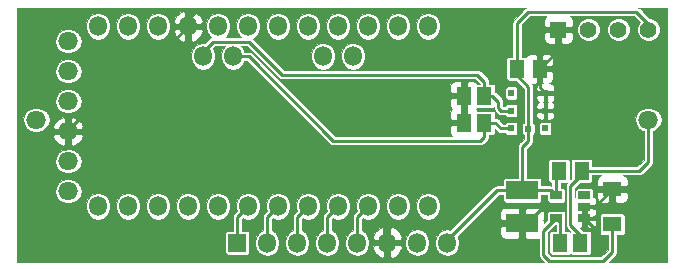
<source format=gtl>
G04 (created by PCBNEW (2013-jul-07)-stable) date Thu 14 Aug 2014 04:05:27 PM EDT*
%MOIN*%
G04 Gerber Fmt 3.4, Leading zero omitted, Abs format*
%FSLAX34Y34*%
G01*
G70*
G90*
G04 APERTURE LIST*
%ADD10C,0.00590551*%
%ADD11R,0.0590551X0.0590551*%
%ADD12O,0.0590551X0.0669291*%
%ADD13R,0.055X0.055*%
%ADD14C,0.055*%
%ADD15R,0.106X0.063*%
%ADD16R,0.0512X0.059*%
%ADD17O,0.0669291X0.0590551*%
%ADD18R,0.0393X0.0275*%
%ADD19R,0.0629X0.0511*%
%ADD20R,0.0511X0.059*%
%ADD21R,0.019685X0.023622*%
%ADD22R,0.023622X0.019685*%
%ADD23C,0.035*%
%ADD24C,0.01*%
%ADD25C,0.0011811*%
G04 APERTURE END LIST*
G54D10*
G54D11*
X88200Y-57500D03*
G54D12*
X89200Y-57500D03*
X90200Y-57500D03*
X91200Y-57500D03*
X92200Y-57500D03*
X93200Y-57500D03*
X94200Y-57500D03*
X95200Y-57500D03*
G54D13*
X98900Y-50400D03*
G54D14*
X99900Y-50400D03*
X100900Y-50400D03*
X101900Y-50400D03*
G54D15*
X97700Y-56850D03*
X97700Y-55750D03*
G54D16*
X99675Y-55100D03*
X98925Y-55100D03*
X97525Y-51700D03*
X98275Y-51700D03*
G54D12*
X94560Y-56290D03*
X93560Y-56290D03*
X92560Y-56290D03*
X91560Y-56290D03*
X90560Y-56290D03*
X89560Y-56290D03*
X88560Y-56290D03*
X87560Y-56290D03*
X86560Y-56290D03*
X85560Y-56290D03*
X84560Y-56290D03*
X83560Y-56290D03*
X94560Y-50290D03*
X93560Y-50290D03*
X92560Y-50290D03*
X91560Y-50290D03*
X90560Y-50290D03*
X89560Y-50290D03*
X88560Y-50290D03*
X87560Y-50290D03*
X86560Y-50290D03*
X85560Y-50290D03*
X84560Y-50290D03*
X83560Y-50290D03*
G54D17*
X82560Y-50790D03*
X82560Y-51790D03*
X82560Y-52790D03*
X82560Y-53790D03*
X82560Y-54790D03*
X82560Y-55790D03*
G54D12*
X87060Y-51290D03*
X88060Y-51290D03*
X91060Y-51290D03*
X92060Y-51290D03*
G54D18*
X99772Y-56674D03*
X99772Y-56300D03*
X99772Y-55926D03*
X98828Y-55926D03*
X98828Y-56674D03*
G54D19*
X100700Y-56890D03*
X100700Y-55710D03*
G54D20*
X99634Y-57500D03*
X98966Y-57500D03*
X95766Y-52600D03*
X96434Y-52600D03*
X95766Y-53500D03*
X96434Y-53500D03*
G54D21*
X98470Y-53690D03*
X98470Y-53100D03*
X98470Y-52510D03*
G54D22*
X97900Y-53700D03*
G54D21*
X97330Y-53690D03*
X97330Y-53100D03*
X97330Y-52510D03*
G54D17*
X101900Y-53400D03*
X81500Y-53400D03*
G54D23*
X96000Y-56000D03*
X96600Y-56600D03*
X100300Y-57500D03*
X98400Y-56300D03*
X99000Y-51700D03*
X95800Y-51500D03*
X94100Y-52600D03*
G54D24*
X97525Y-51700D02*
X97525Y-51925D01*
X97900Y-52300D02*
X97900Y-53700D01*
X97525Y-51925D02*
X97900Y-52300D01*
X101900Y-50400D02*
X101900Y-50200D01*
X97525Y-50175D02*
X97525Y-51700D01*
X97900Y-49800D02*
X97525Y-50175D01*
X101500Y-49800D02*
X97900Y-49800D01*
X101900Y-50200D02*
X101500Y-49800D01*
X97700Y-55750D02*
X97700Y-54300D01*
X97700Y-54300D02*
X97900Y-54100D01*
X97900Y-54100D02*
X97900Y-53700D01*
X98828Y-55926D02*
X98828Y-55197D01*
X98828Y-55197D02*
X98925Y-55100D01*
X97700Y-55750D02*
X98652Y-55750D01*
X98652Y-55750D02*
X98828Y-55926D01*
X95200Y-57500D02*
X95200Y-57400D01*
X96850Y-55750D02*
X97700Y-55750D01*
X95200Y-57400D02*
X96850Y-55750D01*
X97700Y-56850D02*
X96850Y-56850D01*
X95700Y-55700D02*
X92700Y-55700D01*
X96000Y-56000D02*
X95700Y-55700D01*
X96850Y-56850D02*
X96600Y-56600D01*
X97700Y-56850D02*
X97850Y-56850D01*
X100100Y-57002D02*
X99772Y-56674D01*
X100100Y-57300D02*
X100100Y-57002D01*
X100300Y-57500D02*
X100100Y-57300D01*
X97850Y-56850D02*
X98400Y-56300D01*
X86560Y-50290D02*
X86560Y-55160D01*
X86560Y-55160D02*
X87100Y-55700D01*
X87100Y-55700D02*
X92700Y-55700D01*
X93100Y-57400D02*
X93200Y-57500D01*
X92700Y-55700D02*
X92900Y-55700D01*
X92900Y-55700D02*
X93100Y-55900D01*
X93100Y-55900D02*
X93100Y-57400D01*
X99000Y-51700D02*
X98275Y-51700D01*
X95766Y-52600D02*
X94100Y-52600D01*
X95800Y-51500D02*
X95800Y-51300D01*
X86560Y-50290D02*
X86560Y-50040D01*
X86560Y-50040D02*
X86900Y-49700D01*
X86900Y-49700D02*
X95000Y-49700D01*
X95000Y-49700D02*
X95800Y-50500D01*
X95800Y-50500D02*
X95800Y-51300D01*
X95800Y-51300D02*
X95800Y-51400D01*
X95766Y-53500D02*
X95766Y-52600D01*
X100700Y-55710D02*
X101890Y-55710D01*
X101810Y-52510D02*
X98470Y-52510D01*
X102400Y-53100D02*
X101810Y-52510D01*
X102400Y-55200D02*
X102400Y-53100D01*
X101890Y-55710D02*
X102400Y-55200D01*
X99772Y-56300D02*
X99772Y-56674D01*
X99772Y-56300D02*
X100110Y-56300D01*
X100110Y-56300D02*
X100700Y-55710D01*
X98275Y-51700D02*
X98275Y-52315D01*
X98275Y-52315D02*
X98470Y-52510D01*
X98470Y-52510D02*
X98470Y-53100D01*
X98900Y-50400D02*
X98900Y-51075D01*
X98900Y-51075D02*
X98275Y-51700D01*
X82560Y-53790D02*
X82560Y-53740D01*
X82560Y-53740D02*
X83300Y-53000D01*
X83300Y-53000D02*
X83300Y-51500D01*
X83300Y-51500D02*
X83800Y-51000D01*
X83800Y-51000D02*
X85850Y-51000D01*
X85850Y-51000D02*
X86560Y-50290D01*
X88200Y-57500D02*
X88200Y-56650D01*
X88200Y-56650D02*
X88560Y-56290D01*
X90200Y-57500D02*
X90200Y-56650D01*
X90200Y-56650D02*
X90560Y-56290D01*
X91200Y-57500D02*
X91200Y-56650D01*
X91200Y-56650D02*
X91560Y-56290D01*
X92200Y-57500D02*
X92200Y-56650D01*
X92200Y-56650D02*
X92560Y-56290D01*
X89200Y-57500D02*
X89200Y-56650D01*
X89200Y-56650D02*
X89560Y-56290D01*
X99675Y-55100D02*
X101600Y-55100D01*
X101900Y-54800D02*
X101900Y-53400D01*
X101600Y-55100D02*
X101900Y-54800D01*
X99634Y-57500D02*
X99634Y-57234D01*
X99675Y-55225D02*
X99675Y-55100D01*
X99300Y-55600D02*
X99675Y-55225D01*
X99300Y-56900D02*
X99300Y-55600D01*
X99634Y-57234D02*
X99300Y-56900D01*
X100100Y-58100D02*
X100400Y-58100D01*
X98826Y-56674D02*
X98400Y-57100D01*
X98400Y-57100D02*
X98400Y-57900D01*
X98400Y-57900D02*
X98600Y-58100D01*
X98600Y-58100D02*
X100100Y-58100D01*
X100700Y-56890D02*
X100700Y-57500D01*
X98826Y-56674D02*
X98828Y-56674D01*
X100700Y-57800D02*
X100700Y-57500D01*
X100400Y-58100D02*
X100700Y-57800D01*
X98966Y-57500D02*
X98966Y-56812D01*
X98966Y-56812D02*
X98828Y-56674D01*
X88060Y-51290D02*
X88590Y-51290D01*
X96434Y-53966D02*
X96434Y-53500D01*
X96300Y-54100D02*
X96434Y-53966D01*
X91400Y-54100D02*
X96300Y-54100D01*
X88590Y-51290D02*
X91400Y-54100D01*
X96434Y-53500D02*
X96800Y-53500D01*
X96990Y-53690D02*
X97330Y-53690D01*
X96800Y-53500D02*
X96990Y-53690D01*
X94700Y-51900D02*
X96200Y-51900D01*
X96434Y-52134D02*
X96434Y-52600D01*
X96200Y-51900D02*
X96434Y-52134D01*
X87060Y-51290D02*
X87060Y-51140D01*
X89700Y-51900D02*
X94700Y-51900D01*
X94700Y-51900D02*
X94800Y-51900D01*
X88600Y-50800D02*
X89700Y-51900D01*
X87400Y-50800D02*
X88600Y-50800D01*
X87060Y-51140D02*
X87400Y-50800D01*
X96434Y-52600D02*
X96700Y-52600D01*
X96700Y-52600D02*
X96900Y-52800D01*
X96900Y-52800D02*
X96900Y-53000D01*
X96900Y-53000D02*
X97000Y-53100D01*
X97000Y-53100D02*
X97330Y-53100D01*
G54D10*
G36*
X96278Y-52199D02*
X96200Y-52199D01*
X96195Y-52188D01*
X96137Y-52130D01*
X96062Y-52099D01*
X95911Y-52099D01*
X95860Y-52150D01*
X95860Y-52505D01*
X95867Y-52505D01*
X95867Y-52694D01*
X95860Y-52694D01*
X95860Y-53049D01*
X95860Y-53050D01*
X95860Y-53050D01*
X95860Y-53405D01*
X95867Y-53405D01*
X95867Y-53594D01*
X95860Y-53594D01*
X95860Y-53601D01*
X95671Y-53601D01*
X95671Y-53594D01*
X95671Y-53405D01*
X95671Y-53050D01*
X95671Y-53050D01*
X95671Y-53049D01*
X95671Y-52694D01*
X95671Y-52505D01*
X95671Y-52150D01*
X95620Y-52099D01*
X95469Y-52099D01*
X95394Y-52130D01*
X95336Y-52188D01*
X95304Y-52263D01*
X95304Y-52345D01*
X95304Y-52454D01*
X95356Y-52505D01*
X95671Y-52505D01*
X95671Y-52694D01*
X95356Y-52694D01*
X95304Y-52745D01*
X95304Y-52854D01*
X95304Y-52936D01*
X95336Y-53011D01*
X95374Y-53050D01*
X95336Y-53088D01*
X95304Y-53163D01*
X95304Y-53245D01*
X95304Y-53354D01*
X95356Y-53405D01*
X95671Y-53405D01*
X95671Y-53594D01*
X95356Y-53594D01*
X95304Y-53645D01*
X95304Y-53754D01*
X95304Y-53836D01*
X95336Y-53911D01*
X95368Y-53944D01*
X91464Y-53944D01*
X88700Y-51179D01*
X88649Y-51145D01*
X88590Y-51134D01*
X88439Y-51134D01*
X88430Y-51088D01*
X88343Y-50958D01*
X88340Y-50955D01*
X88535Y-50955D01*
X89589Y-52010D01*
X89589Y-52010D01*
X89640Y-52044D01*
X89700Y-52055D01*
X94700Y-52055D01*
X94800Y-52055D01*
X96135Y-52055D01*
X96278Y-52198D01*
X96278Y-52199D01*
X96278Y-52199D01*
G37*
G54D25*
X96278Y-52199D02*
X96200Y-52199D01*
X96195Y-52188D01*
X96137Y-52130D01*
X96062Y-52099D01*
X95911Y-52099D01*
X95860Y-52150D01*
X95860Y-52505D01*
X95867Y-52505D01*
X95867Y-52694D01*
X95860Y-52694D01*
X95860Y-53049D01*
X95860Y-53050D01*
X95860Y-53050D01*
X95860Y-53405D01*
X95867Y-53405D01*
X95867Y-53594D01*
X95860Y-53594D01*
X95860Y-53601D01*
X95671Y-53601D01*
X95671Y-53594D01*
X95671Y-53405D01*
X95671Y-53050D01*
X95671Y-53050D01*
X95671Y-53049D01*
X95671Y-52694D01*
X95671Y-52505D01*
X95671Y-52150D01*
X95620Y-52099D01*
X95469Y-52099D01*
X95394Y-52130D01*
X95336Y-52188D01*
X95304Y-52263D01*
X95304Y-52345D01*
X95304Y-52454D01*
X95356Y-52505D01*
X95671Y-52505D01*
X95671Y-52694D01*
X95356Y-52694D01*
X95304Y-52745D01*
X95304Y-52854D01*
X95304Y-52936D01*
X95336Y-53011D01*
X95374Y-53050D01*
X95336Y-53088D01*
X95304Y-53163D01*
X95304Y-53245D01*
X95304Y-53354D01*
X95356Y-53405D01*
X95671Y-53405D01*
X95671Y-53594D01*
X95356Y-53594D01*
X95304Y-53645D01*
X95304Y-53754D01*
X95304Y-53836D01*
X95336Y-53911D01*
X95368Y-53944D01*
X91464Y-53944D01*
X88700Y-51179D01*
X88649Y-51145D01*
X88590Y-51134D01*
X88439Y-51134D01*
X88430Y-51088D01*
X88343Y-50958D01*
X88340Y-50955D01*
X88535Y-50955D01*
X89589Y-52010D01*
X89589Y-52010D01*
X89640Y-52044D01*
X89700Y-52055D01*
X94700Y-52055D01*
X94800Y-52055D01*
X96135Y-52055D01*
X96278Y-52198D01*
X96278Y-52199D01*
G54D10*
G36*
X99306Y-57127D02*
X99299Y-57133D01*
X99281Y-57115D01*
X99242Y-57099D01*
X99200Y-57099D01*
X99121Y-57099D01*
X99121Y-56853D01*
X99130Y-56832D01*
X99130Y-56790D01*
X99130Y-56515D01*
X99114Y-56476D01*
X99084Y-56446D01*
X99045Y-56430D01*
X99003Y-56430D01*
X98610Y-56430D01*
X98571Y-56446D01*
X98541Y-56476D01*
X98525Y-56515D01*
X98525Y-56557D01*
X98525Y-56753D01*
X98435Y-56843D01*
X98435Y-56843D01*
X98435Y-56755D01*
X98384Y-56755D01*
X98435Y-56704D01*
X98435Y-56494D01*
X98404Y-56418D01*
X98346Y-56360D01*
X98271Y-56329D01*
X98189Y-56329D01*
X97845Y-56329D01*
X97794Y-56380D01*
X97794Y-56755D01*
X97801Y-56755D01*
X97801Y-56944D01*
X97794Y-56944D01*
X97794Y-57319D01*
X97845Y-57370D01*
X98189Y-57370D01*
X98244Y-57370D01*
X98244Y-57900D01*
X98255Y-57959D01*
X98289Y-58010D01*
X98414Y-58135D01*
X97605Y-58135D01*
X97605Y-57319D01*
X97605Y-56944D01*
X97605Y-56755D01*
X97605Y-56380D01*
X97554Y-56329D01*
X97210Y-56329D01*
X97128Y-56329D01*
X97053Y-56360D01*
X96995Y-56418D01*
X96964Y-56494D01*
X96964Y-56704D01*
X97015Y-56755D01*
X97605Y-56755D01*
X97605Y-56944D01*
X97015Y-56944D01*
X96964Y-56995D01*
X96964Y-57205D01*
X96995Y-57281D01*
X97053Y-57339D01*
X97128Y-57370D01*
X97210Y-57370D01*
X97554Y-57370D01*
X97605Y-57319D01*
X97605Y-58135D01*
X94601Y-58135D01*
X94601Y-57548D01*
X94601Y-57451D01*
X94570Y-57298D01*
X94483Y-57168D01*
X94353Y-57081D01*
X94200Y-57050D01*
X94046Y-57081D01*
X93961Y-57138D01*
X93961Y-56338D01*
X93961Y-56241D01*
X93930Y-56088D01*
X93843Y-55958D01*
X93713Y-55871D01*
X93560Y-55840D01*
X93406Y-55871D01*
X93276Y-55958D01*
X93189Y-56088D01*
X93158Y-56241D01*
X93158Y-56338D01*
X93189Y-56491D01*
X93276Y-56621D01*
X93406Y-56708D01*
X93560Y-56739D01*
X93713Y-56708D01*
X93843Y-56621D01*
X93930Y-56491D01*
X93961Y-56338D01*
X93961Y-57138D01*
X93916Y-57168D01*
X93829Y-57298D01*
X93798Y-57451D01*
X93798Y-57548D01*
X93829Y-57701D01*
X93916Y-57831D01*
X94046Y-57918D01*
X94200Y-57949D01*
X94353Y-57918D01*
X94483Y-57831D01*
X94570Y-57701D01*
X94601Y-57548D01*
X94601Y-58135D01*
X93681Y-58135D01*
X93681Y-57671D01*
X93681Y-57328D01*
X93594Y-57154D01*
X93447Y-57027D01*
X93369Y-56989D01*
X93294Y-57020D01*
X93294Y-57405D01*
X93644Y-57405D01*
X93681Y-57328D01*
X93681Y-57671D01*
X93644Y-57594D01*
X93294Y-57594D01*
X93294Y-57979D01*
X93369Y-58010D01*
X93447Y-57972D01*
X93594Y-57845D01*
X93681Y-57671D01*
X93681Y-58135D01*
X93105Y-58135D01*
X93105Y-57979D01*
X93105Y-57594D01*
X93105Y-57405D01*
X93105Y-57020D01*
X93030Y-56989D01*
X92961Y-57023D01*
X92961Y-56338D01*
X92961Y-56241D01*
X92930Y-56088D01*
X92843Y-55958D01*
X92713Y-55871D01*
X92560Y-55840D01*
X92406Y-55871D01*
X92276Y-55958D01*
X92189Y-56088D01*
X92158Y-56241D01*
X92158Y-56338D01*
X92180Y-56448D01*
X92089Y-56539D01*
X92055Y-56590D01*
X92044Y-56650D01*
X92044Y-57082D01*
X91961Y-57138D01*
X91961Y-56338D01*
X91961Y-56241D01*
X91930Y-56088D01*
X91843Y-55958D01*
X91713Y-55871D01*
X91560Y-55840D01*
X91406Y-55871D01*
X91276Y-55958D01*
X91189Y-56088D01*
X91158Y-56241D01*
X91158Y-56338D01*
X91180Y-56448D01*
X91089Y-56539D01*
X91055Y-56590D01*
X91044Y-56650D01*
X91044Y-57082D01*
X90961Y-57138D01*
X90961Y-56338D01*
X90961Y-56241D01*
X90930Y-56088D01*
X90843Y-55958D01*
X90713Y-55871D01*
X90560Y-55840D01*
X90406Y-55871D01*
X90276Y-55958D01*
X90189Y-56088D01*
X90158Y-56241D01*
X90158Y-56338D01*
X90180Y-56448D01*
X90089Y-56539D01*
X90055Y-56590D01*
X90044Y-56650D01*
X90044Y-57082D01*
X89961Y-57138D01*
X89961Y-56338D01*
X89961Y-56241D01*
X89930Y-56088D01*
X89843Y-55958D01*
X89713Y-55871D01*
X89560Y-55840D01*
X89406Y-55871D01*
X89276Y-55958D01*
X89189Y-56088D01*
X89158Y-56241D01*
X89158Y-56338D01*
X89180Y-56448D01*
X89089Y-56539D01*
X89055Y-56590D01*
X89044Y-56650D01*
X89044Y-57082D01*
X88961Y-57138D01*
X88961Y-56338D01*
X88961Y-56241D01*
X88930Y-56088D01*
X88843Y-55958D01*
X88713Y-55871D01*
X88560Y-55840D01*
X88406Y-55871D01*
X88276Y-55958D01*
X88189Y-56088D01*
X88158Y-56241D01*
X88158Y-56338D01*
X88180Y-56448D01*
X88089Y-56539D01*
X88055Y-56590D01*
X88044Y-56650D01*
X88044Y-57098D01*
X87961Y-57098D01*
X87961Y-56338D01*
X87961Y-56241D01*
X87930Y-56088D01*
X87843Y-55958D01*
X87713Y-55871D01*
X87560Y-55840D01*
X87406Y-55871D01*
X87276Y-55958D01*
X87189Y-56088D01*
X87158Y-56241D01*
X87158Y-56338D01*
X87189Y-56491D01*
X87276Y-56621D01*
X87406Y-56708D01*
X87560Y-56739D01*
X87713Y-56708D01*
X87843Y-56621D01*
X87930Y-56491D01*
X87961Y-56338D01*
X87961Y-57098D01*
X87883Y-57098D01*
X87844Y-57114D01*
X87814Y-57144D01*
X87798Y-57183D01*
X87798Y-57225D01*
X87798Y-57816D01*
X87814Y-57855D01*
X87844Y-57885D01*
X87883Y-57901D01*
X87925Y-57901D01*
X88516Y-57901D01*
X88555Y-57885D01*
X88585Y-57855D01*
X88601Y-57816D01*
X88601Y-57774D01*
X88601Y-57183D01*
X88585Y-57144D01*
X88555Y-57114D01*
X88516Y-57098D01*
X88474Y-57098D01*
X88355Y-57098D01*
X88355Y-56714D01*
X88379Y-56690D01*
X88406Y-56708D01*
X88560Y-56739D01*
X88713Y-56708D01*
X88843Y-56621D01*
X88930Y-56491D01*
X88961Y-56338D01*
X88961Y-57138D01*
X88916Y-57168D01*
X88829Y-57298D01*
X88798Y-57451D01*
X88798Y-57548D01*
X88829Y-57701D01*
X88916Y-57831D01*
X89046Y-57918D01*
X89200Y-57949D01*
X89353Y-57918D01*
X89483Y-57831D01*
X89570Y-57701D01*
X89601Y-57548D01*
X89601Y-57451D01*
X89570Y-57298D01*
X89483Y-57168D01*
X89355Y-57082D01*
X89355Y-56714D01*
X89379Y-56690D01*
X89406Y-56708D01*
X89560Y-56739D01*
X89713Y-56708D01*
X89843Y-56621D01*
X89930Y-56491D01*
X89961Y-56338D01*
X89961Y-57138D01*
X89916Y-57168D01*
X89829Y-57298D01*
X89798Y-57451D01*
X89798Y-57548D01*
X89829Y-57701D01*
X89916Y-57831D01*
X90046Y-57918D01*
X90200Y-57949D01*
X90353Y-57918D01*
X90483Y-57831D01*
X90570Y-57701D01*
X90601Y-57548D01*
X90601Y-57451D01*
X90570Y-57298D01*
X90483Y-57168D01*
X90355Y-57082D01*
X90355Y-56714D01*
X90379Y-56690D01*
X90406Y-56708D01*
X90560Y-56739D01*
X90713Y-56708D01*
X90843Y-56621D01*
X90930Y-56491D01*
X90961Y-56338D01*
X90961Y-57138D01*
X90916Y-57168D01*
X90829Y-57298D01*
X90798Y-57451D01*
X90798Y-57548D01*
X90829Y-57701D01*
X90916Y-57831D01*
X91046Y-57918D01*
X91200Y-57949D01*
X91353Y-57918D01*
X91483Y-57831D01*
X91570Y-57701D01*
X91601Y-57548D01*
X91601Y-57451D01*
X91570Y-57298D01*
X91483Y-57168D01*
X91355Y-57082D01*
X91355Y-56714D01*
X91379Y-56690D01*
X91406Y-56708D01*
X91560Y-56739D01*
X91713Y-56708D01*
X91843Y-56621D01*
X91930Y-56491D01*
X91961Y-56338D01*
X91961Y-57138D01*
X91916Y-57168D01*
X91829Y-57298D01*
X91798Y-57451D01*
X91798Y-57548D01*
X91829Y-57701D01*
X91916Y-57831D01*
X92046Y-57918D01*
X92200Y-57949D01*
X92353Y-57918D01*
X92483Y-57831D01*
X92570Y-57701D01*
X92601Y-57548D01*
X92601Y-57451D01*
X92570Y-57298D01*
X92483Y-57168D01*
X92355Y-57082D01*
X92355Y-56714D01*
X92379Y-56690D01*
X92406Y-56708D01*
X92560Y-56739D01*
X92713Y-56708D01*
X92843Y-56621D01*
X92930Y-56491D01*
X92961Y-56338D01*
X92961Y-57023D01*
X92952Y-57027D01*
X92805Y-57154D01*
X92718Y-57328D01*
X92755Y-57405D01*
X93105Y-57405D01*
X93105Y-57594D01*
X92755Y-57594D01*
X92718Y-57671D01*
X92805Y-57845D01*
X92952Y-57972D01*
X93030Y-58010D01*
X93105Y-57979D01*
X93105Y-58135D01*
X86961Y-58135D01*
X86961Y-56338D01*
X86961Y-56241D01*
X86930Y-56088D01*
X86843Y-55958D01*
X86713Y-55871D01*
X86560Y-55840D01*
X86465Y-55859D01*
X86465Y-50769D01*
X86465Y-50384D01*
X86465Y-50195D01*
X86465Y-49810D01*
X86390Y-49779D01*
X86312Y-49817D01*
X86165Y-49944D01*
X86078Y-50118D01*
X86115Y-50195D01*
X86465Y-50195D01*
X86465Y-50384D01*
X86115Y-50384D01*
X86078Y-50461D01*
X86165Y-50635D01*
X86312Y-50762D01*
X86390Y-50800D01*
X86465Y-50769D01*
X86465Y-55859D01*
X86406Y-55871D01*
X86276Y-55958D01*
X86189Y-56088D01*
X86158Y-56241D01*
X86158Y-56338D01*
X86189Y-56491D01*
X86276Y-56621D01*
X86406Y-56708D01*
X86560Y-56739D01*
X86713Y-56708D01*
X86843Y-56621D01*
X86930Y-56491D01*
X86961Y-56338D01*
X86961Y-58135D01*
X85961Y-58135D01*
X85961Y-56338D01*
X85961Y-56241D01*
X85961Y-50338D01*
X85961Y-50241D01*
X85930Y-50088D01*
X85843Y-49958D01*
X85713Y-49871D01*
X85560Y-49840D01*
X85406Y-49871D01*
X85276Y-49958D01*
X85189Y-50088D01*
X85158Y-50241D01*
X85158Y-50338D01*
X85189Y-50491D01*
X85276Y-50621D01*
X85406Y-50708D01*
X85560Y-50739D01*
X85713Y-50708D01*
X85843Y-50621D01*
X85930Y-50491D01*
X85961Y-50338D01*
X85961Y-56241D01*
X85930Y-56088D01*
X85843Y-55958D01*
X85713Y-55871D01*
X85560Y-55840D01*
X85406Y-55871D01*
X85276Y-55958D01*
X85189Y-56088D01*
X85158Y-56241D01*
X85158Y-56338D01*
X85189Y-56491D01*
X85276Y-56621D01*
X85406Y-56708D01*
X85560Y-56739D01*
X85713Y-56708D01*
X85843Y-56621D01*
X85930Y-56491D01*
X85961Y-56338D01*
X85961Y-58135D01*
X84961Y-58135D01*
X84961Y-56338D01*
X84961Y-56241D01*
X84961Y-50338D01*
X84961Y-50241D01*
X84930Y-50088D01*
X84843Y-49958D01*
X84713Y-49871D01*
X84560Y-49840D01*
X84406Y-49871D01*
X84276Y-49958D01*
X84189Y-50088D01*
X84158Y-50241D01*
X84158Y-50338D01*
X84189Y-50491D01*
X84276Y-50621D01*
X84406Y-50708D01*
X84560Y-50739D01*
X84713Y-50708D01*
X84843Y-50621D01*
X84930Y-50491D01*
X84961Y-50338D01*
X84961Y-56241D01*
X84930Y-56088D01*
X84843Y-55958D01*
X84713Y-55871D01*
X84560Y-55840D01*
X84406Y-55871D01*
X84276Y-55958D01*
X84189Y-56088D01*
X84158Y-56241D01*
X84158Y-56338D01*
X84189Y-56491D01*
X84276Y-56621D01*
X84406Y-56708D01*
X84560Y-56739D01*
X84713Y-56708D01*
X84843Y-56621D01*
X84930Y-56491D01*
X84961Y-56338D01*
X84961Y-58135D01*
X83961Y-58135D01*
X83961Y-56338D01*
X83961Y-56241D01*
X83961Y-50338D01*
X83961Y-50241D01*
X83930Y-50088D01*
X83843Y-49958D01*
X83713Y-49871D01*
X83560Y-49840D01*
X83406Y-49871D01*
X83276Y-49958D01*
X83189Y-50088D01*
X83158Y-50241D01*
X83158Y-50338D01*
X83189Y-50491D01*
X83276Y-50621D01*
X83406Y-50708D01*
X83560Y-50739D01*
X83713Y-50708D01*
X83843Y-50621D01*
X83930Y-50491D01*
X83961Y-50338D01*
X83961Y-56241D01*
X83930Y-56088D01*
X83843Y-55958D01*
X83713Y-55871D01*
X83560Y-55840D01*
X83406Y-55871D01*
X83276Y-55958D01*
X83189Y-56088D01*
X83158Y-56241D01*
X83158Y-56338D01*
X83189Y-56491D01*
X83276Y-56621D01*
X83406Y-56708D01*
X83560Y-56739D01*
X83713Y-56708D01*
X83843Y-56621D01*
X83930Y-56491D01*
X83961Y-56338D01*
X83961Y-58135D01*
X83070Y-58135D01*
X83070Y-53959D01*
X83070Y-53620D01*
X83032Y-53542D01*
X83009Y-53515D01*
X83009Y-52790D01*
X83009Y-51790D01*
X83009Y-50790D01*
X82978Y-50636D01*
X82891Y-50506D01*
X82761Y-50419D01*
X82608Y-50388D01*
X82511Y-50388D01*
X82358Y-50419D01*
X82228Y-50506D01*
X82141Y-50636D01*
X82110Y-50790D01*
X82141Y-50943D01*
X82228Y-51073D01*
X82358Y-51160D01*
X82511Y-51191D01*
X82608Y-51191D01*
X82761Y-51160D01*
X82891Y-51073D01*
X82978Y-50943D01*
X83009Y-50790D01*
X83009Y-51790D01*
X82978Y-51636D01*
X82891Y-51506D01*
X82761Y-51419D01*
X82608Y-51388D01*
X82511Y-51388D01*
X82358Y-51419D01*
X82228Y-51506D01*
X82141Y-51636D01*
X82110Y-51790D01*
X82141Y-51943D01*
X82228Y-52073D01*
X82358Y-52160D01*
X82511Y-52191D01*
X82608Y-52191D01*
X82761Y-52160D01*
X82891Y-52073D01*
X82978Y-51943D01*
X83009Y-51790D01*
X83009Y-52790D01*
X82978Y-52636D01*
X82891Y-52506D01*
X82761Y-52419D01*
X82608Y-52388D01*
X82511Y-52388D01*
X82358Y-52419D01*
X82228Y-52506D01*
X82141Y-52636D01*
X82110Y-52790D01*
X82141Y-52943D01*
X82228Y-53073D01*
X82358Y-53160D01*
X82511Y-53191D01*
X82608Y-53191D01*
X82761Y-53160D01*
X82891Y-53073D01*
X82978Y-52943D01*
X83009Y-52790D01*
X83009Y-53515D01*
X82905Y-53395D01*
X82731Y-53308D01*
X82654Y-53345D01*
X82654Y-53695D01*
X83039Y-53695D01*
X83070Y-53620D01*
X83070Y-53959D01*
X83039Y-53884D01*
X82654Y-53884D01*
X82654Y-54234D01*
X82731Y-54271D01*
X82905Y-54184D01*
X83032Y-54037D01*
X83070Y-53959D01*
X83070Y-58135D01*
X83009Y-58135D01*
X83009Y-55790D01*
X83009Y-54790D01*
X82978Y-54636D01*
X82891Y-54506D01*
X82761Y-54419D01*
X82608Y-54388D01*
X82511Y-54388D01*
X82465Y-54397D01*
X82465Y-54234D01*
X82465Y-53884D01*
X82465Y-53695D01*
X82465Y-53345D01*
X82388Y-53308D01*
X82214Y-53395D01*
X82087Y-53542D01*
X82049Y-53620D01*
X82080Y-53695D01*
X82465Y-53695D01*
X82465Y-53884D01*
X82080Y-53884D01*
X82049Y-53959D01*
X82087Y-54037D01*
X82214Y-54184D01*
X82388Y-54271D01*
X82465Y-54234D01*
X82465Y-54397D01*
X82358Y-54419D01*
X82228Y-54506D01*
X82141Y-54636D01*
X82110Y-54790D01*
X82141Y-54943D01*
X82228Y-55073D01*
X82358Y-55160D01*
X82511Y-55191D01*
X82608Y-55191D01*
X82761Y-55160D01*
X82891Y-55073D01*
X82978Y-54943D01*
X83009Y-54790D01*
X83009Y-55790D01*
X82978Y-55636D01*
X82891Y-55506D01*
X82761Y-55419D01*
X82608Y-55388D01*
X82511Y-55388D01*
X82358Y-55419D01*
X82228Y-55506D01*
X82141Y-55636D01*
X82110Y-55790D01*
X82141Y-55943D01*
X82228Y-56073D01*
X82358Y-56160D01*
X82511Y-56191D01*
X82608Y-56191D01*
X82761Y-56160D01*
X82891Y-56073D01*
X82978Y-55943D01*
X83009Y-55790D01*
X83009Y-58135D01*
X81949Y-58135D01*
X81949Y-53400D01*
X81918Y-53246D01*
X81831Y-53116D01*
X81701Y-53029D01*
X81548Y-52998D01*
X81451Y-52998D01*
X81298Y-53029D01*
X81168Y-53116D01*
X81081Y-53246D01*
X81050Y-53400D01*
X81081Y-53553D01*
X81168Y-53683D01*
X81298Y-53770D01*
X81451Y-53801D01*
X81548Y-53801D01*
X81701Y-53770D01*
X81831Y-53683D01*
X81918Y-53553D01*
X81949Y-53400D01*
X81949Y-58135D01*
X80864Y-58135D01*
X80864Y-49664D01*
X97826Y-49664D01*
X97815Y-49672D01*
X97789Y-49689D01*
X97414Y-50064D01*
X97380Y-50115D01*
X97369Y-50175D01*
X97369Y-51299D01*
X97248Y-51299D01*
X97209Y-51315D01*
X97179Y-51344D01*
X97163Y-51383D01*
X97163Y-51425D01*
X97163Y-52015D01*
X97179Y-52054D01*
X97208Y-52084D01*
X97247Y-52100D01*
X97289Y-52100D01*
X97480Y-52100D01*
X97744Y-52364D01*
X97744Y-53502D01*
X97721Y-53511D01*
X97692Y-53541D01*
X97676Y-53580D01*
X97675Y-53622D01*
X97675Y-53819D01*
X97692Y-53858D01*
X97721Y-53888D01*
X97744Y-53897D01*
X97744Y-54035D01*
X97589Y-54189D01*
X97555Y-54240D01*
X97544Y-54300D01*
X97544Y-55329D01*
X97534Y-55329D01*
X97534Y-53787D01*
X97534Y-53550D01*
X97518Y-53511D01*
X97488Y-53482D01*
X97449Y-53466D01*
X97407Y-53465D01*
X97210Y-53465D01*
X97171Y-53482D01*
X97141Y-53511D01*
X97132Y-53534D01*
X97054Y-53534D01*
X96910Y-53389D01*
X96859Y-53355D01*
X96800Y-53344D01*
X96795Y-53344D01*
X96795Y-53184D01*
X96779Y-53145D01*
X96749Y-53115D01*
X96710Y-53099D01*
X96668Y-53099D01*
X96200Y-53099D01*
X96195Y-53088D01*
X96157Y-53050D01*
X96195Y-53011D01*
X96200Y-53000D01*
X96710Y-53000D01*
X96744Y-52987D01*
X96744Y-53000D01*
X96755Y-53059D01*
X96789Y-53110D01*
X96889Y-53210D01*
X96940Y-53244D01*
X96940Y-53244D01*
X97000Y-53255D01*
X97132Y-53255D01*
X97141Y-53278D01*
X97171Y-53307D01*
X97210Y-53323D01*
X97252Y-53324D01*
X97449Y-53324D01*
X97488Y-53307D01*
X97518Y-53278D01*
X97534Y-53239D01*
X97534Y-53197D01*
X97534Y-52960D01*
X97534Y-52607D01*
X97534Y-52370D01*
X97518Y-52331D01*
X97488Y-52302D01*
X97449Y-52286D01*
X97407Y-52285D01*
X97210Y-52285D01*
X97171Y-52302D01*
X97141Y-52331D01*
X97125Y-52370D01*
X97125Y-52412D01*
X97125Y-52649D01*
X97141Y-52688D01*
X97171Y-52717D01*
X97210Y-52733D01*
X97252Y-52734D01*
X97449Y-52734D01*
X97488Y-52717D01*
X97518Y-52688D01*
X97534Y-52649D01*
X97534Y-52607D01*
X97534Y-52960D01*
X97518Y-52921D01*
X97488Y-52892D01*
X97449Y-52876D01*
X97407Y-52875D01*
X97210Y-52875D01*
X97171Y-52892D01*
X97141Y-52921D01*
X97132Y-52944D01*
X97064Y-52944D01*
X97055Y-52935D01*
X97055Y-52800D01*
X97044Y-52740D01*
X97010Y-52689D01*
X97010Y-52689D01*
X96810Y-52489D01*
X96795Y-52479D01*
X96795Y-52284D01*
X96779Y-52245D01*
X96749Y-52215D01*
X96710Y-52199D01*
X96668Y-52199D01*
X96589Y-52199D01*
X96589Y-52134D01*
X96589Y-52133D01*
X96578Y-52074D01*
X96544Y-52023D01*
X96544Y-52023D01*
X96310Y-51789D01*
X96259Y-51755D01*
X96200Y-51744D01*
X94961Y-51744D01*
X94961Y-50338D01*
X94961Y-50241D01*
X94930Y-50088D01*
X94843Y-49958D01*
X94713Y-49871D01*
X94560Y-49840D01*
X94406Y-49871D01*
X94276Y-49958D01*
X94189Y-50088D01*
X94158Y-50241D01*
X94158Y-50338D01*
X94189Y-50491D01*
X94276Y-50621D01*
X94406Y-50708D01*
X94560Y-50739D01*
X94713Y-50708D01*
X94843Y-50621D01*
X94930Y-50491D01*
X94961Y-50338D01*
X94961Y-51744D01*
X94800Y-51744D01*
X94700Y-51744D01*
X93961Y-51744D01*
X93961Y-50338D01*
X93961Y-50241D01*
X93930Y-50088D01*
X93843Y-49958D01*
X93713Y-49871D01*
X93560Y-49840D01*
X93406Y-49871D01*
X93276Y-49958D01*
X93189Y-50088D01*
X93158Y-50241D01*
X93158Y-50338D01*
X93189Y-50491D01*
X93276Y-50621D01*
X93406Y-50708D01*
X93560Y-50739D01*
X93713Y-50708D01*
X93843Y-50621D01*
X93930Y-50491D01*
X93961Y-50338D01*
X93961Y-51744D01*
X92961Y-51744D01*
X92961Y-50338D01*
X92961Y-50241D01*
X92930Y-50088D01*
X92843Y-49958D01*
X92713Y-49871D01*
X92560Y-49840D01*
X92406Y-49871D01*
X92276Y-49958D01*
X92189Y-50088D01*
X92158Y-50241D01*
X92158Y-50338D01*
X92189Y-50491D01*
X92276Y-50621D01*
X92406Y-50708D01*
X92560Y-50739D01*
X92713Y-50708D01*
X92843Y-50621D01*
X92930Y-50491D01*
X92961Y-50338D01*
X92961Y-51744D01*
X92461Y-51744D01*
X92461Y-51338D01*
X92461Y-51241D01*
X92430Y-51088D01*
X92343Y-50958D01*
X92213Y-50871D01*
X92060Y-50840D01*
X91961Y-50860D01*
X91961Y-50338D01*
X91961Y-50241D01*
X91930Y-50088D01*
X91843Y-49958D01*
X91713Y-49871D01*
X91560Y-49840D01*
X91406Y-49871D01*
X91276Y-49958D01*
X91189Y-50088D01*
X91158Y-50241D01*
X91158Y-50338D01*
X91189Y-50491D01*
X91276Y-50621D01*
X91406Y-50708D01*
X91560Y-50739D01*
X91713Y-50708D01*
X91843Y-50621D01*
X91930Y-50491D01*
X91961Y-50338D01*
X91961Y-50860D01*
X91906Y-50871D01*
X91776Y-50958D01*
X91689Y-51088D01*
X91658Y-51241D01*
X91658Y-51338D01*
X91689Y-51491D01*
X91776Y-51621D01*
X91906Y-51708D01*
X92060Y-51739D01*
X92213Y-51708D01*
X92343Y-51621D01*
X92430Y-51491D01*
X92461Y-51338D01*
X92461Y-51744D01*
X91461Y-51744D01*
X91461Y-51338D01*
X91461Y-51241D01*
X91430Y-51088D01*
X91343Y-50958D01*
X91213Y-50871D01*
X91060Y-50840D01*
X90961Y-50860D01*
X90961Y-50338D01*
X90961Y-50241D01*
X90930Y-50088D01*
X90843Y-49958D01*
X90713Y-49871D01*
X90560Y-49840D01*
X90406Y-49871D01*
X90276Y-49958D01*
X90189Y-50088D01*
X90158Y-50241D01*
X90158Y-50338D01*
X90189Y-50491D01*
X90276Y-50621D01*
X90406Y-50708D01*
X90560Y-50739D01*
X90713Y-50708D01*
X90843Y-50621D01*
X90930Y-50491D01*
X90961Y-50338D01*
X90961Y-50860D01*
X90906Y-50871D01*
X90776Y-50958D01*
X90689Y-51088D01*
X90658Y-51241D01*
X90658Y-51338D01*
X90689Y-51491D01*
X90776Y-51621D01*
X90906Y-51708D01*
X91060Y-51739D01*
X91213Y-51708D01*
X91343Y-51621D01*
X91430Y-51491D01*
X91461Y-51338D01*
X91461Y-51744D01*
X89961Y-51744D01*
X89961Y-50338D01*
X89961Y-50241D01*
X89930Y-50088D01*
X89843Y-49958D01*
X89713Y-49871D01*
X89560Y-49840D01*
X89406Y-49871D01*
X89276Y-49958D01*
X89189Y-50088D01*
X89158Y-50241D01*
X89158Y-50338D01*
X89189Y-50491D01*
X89276Y-50621D01*
X89406Y-50708D01*
X89560Y-50739D01*
X89713Y-50708D01*
X89843Y-50621D01*
X89930Y-50491D01*
X89961Y-50338D01*
X89961Y-51744D01*
X89764Y-51744D01*
X88722Y-50702D01*
X88843Y-50621D01*
X88930Y-50491D01*
X88961Y-50338D01*
X88961Y-50241D01*
X88930Y-50088D01*
X88843Y-49958D01*
X88713Y-49871D01*
X88560Y-49840D01*
X88406Y-49871D01*
X88276Y-49958D01*
X88189Y-50088D01*
X88158Y-50241D01*
X88158Y-50338D01*
X88189Y-50491D01*
X88276Y-50621D01*
X88309Y-50644D01*
X87810Y-50644D01*
X87843Y-50621D01*
X87930Y-50491D01*
X87961Y-50338D01*
X87961Y-50241D01*
X87930Y-50088D01*
X87843Y-49958D01*
X87713Y-49871D01*
X87560Y-49840D01*
X87406Y-49871D01*
X87276Y-49958D01*
X87189Y-50088D01*
X87158Y-50241D01*
X87158Y-50338D01*
X87189Y-50491D01*
X87276Y-50621D01*
X87333Y-50660D01*
X87289Y-50689D01*
X87125Y-50853D01*
X87060Y-50840D01*
X87041Y-50844D01*
X87041Y-50461D01*
X87041Y-50118D01*
X86954Y-49944D01*
X86807Y-49817D01*
X86729Y-49779D01*
X86654Y-49810D01*
X86654Y-50195D01*
X87004Y-50195D01*
X87041Y-50118D01*
X87041Y-50461D01*
X87004Y-50384D01*
X86654Y-50384D01*
X86654Y-50769D01*
X86729Y-50800D01*
X86807Y-50762D01*
X86954Y-50635D01*
X87041Y-50461D01*
X87041Y-50844D01*
X86906Y-50871D01*
X86776Y-50958D01*
X86689Y-51088D01*
X86658Y-51241D01*
X86658Y-51338D01*
X86689Y-51491D01*
X86776Y-51621D01*
X86906Y-51708D01*
X87060Y-51739D01*
X87213Y-51708D01*
X87343Y-51621D01*
X87430Y-51491D01*
X87461Y-51338D01*
X87461Y-51241D01*
X87430Y-51088D01*
X87391Y-51029D01*
X87464Y-50955D01*
X87779Y-50955D01*
X87776Y-50958D01*
X87689Y-51088D01*
X87658Y-51241D01*
X87658Y-51338D01*
X87689Y-51491D01*
X87776Y-51621D01*
X87906Y-51708D01*
X88060Y-51739D01*
X88213Y-51708D01*
X88343Y-51621D01*
X88430Y-51491D01*
X88439Y-51445D01*
X88525Y-51445D01*
X91289Y-54210D01*
X91289Y-54210D01*
X91340Y-54244D01*
X91399Y-54255D01*
X91400Y-54255D01*
X96300Y-54255D01*
X96359Y-54244D01*
X96359Y-54244D01*
X96410Y-54210D01*
X96544Y-54076D01*
X96544Y-54076D01*
X96578Y-54025D01*
X96589Y-53966D01*
X96589Y-53966D01*
X96589Y-53900D01*
X96710Y-53900D01*
X96749Y-53884D01*
X96779Y-53855D01*
X96795Y-53816D01*
X96795Y-53774D01*
X96795Y-53715D01*
X96879Y-53800D01*
X96879Y-53800D01*
X96930Y-53834D01*
X96990Y-53845D01*
X97132Y-53845D01*
X97141Y-53868D01*
X97171Y-53897D01*
X97210Y-53913D01*
X97252Y-53914D01*
X97449Y-53914D01*
X97488Y-53897D01*
X97518Y-53868D01*
X97534Y-53829D01*
X97534Y-53787D01*
X97534Y-55329D01*
X97149Y-55329D01*
X97110Y-55345D01*
X97080Y-55374D01*
X97064Y-55413D01*
X97064Y-55455D01*
X97064Y-55594D01*
X96850Y-55594D01*
X96790Y-55605D01*
X96739Y-55639D01*
X95307Y-57072D01*
X95200Y-57050D01*
X95046Y-57081D01*
X94961Y-57138D01*
X94961Y-56338D01*
X94961Y-56241D01*
X94930Y-56088D01*
X94843Y-55958D01*
X94713Y-55871D01*
X94560Y-55840D01*
X94406Y-55871D01*
X94276Y-55958D01*
X94189Y-56088D01*
X94158Y-56241D01*
X94158Y-56338D01*
X94189Y-56491D01*
X94276Y-56621D01*
X94406Y-56708D01*
X94560Y-56739D01*
X94713Y-56708D01*
X94843Y-56621D01*
X94930Y-56491D01*
X94961Y-56338D01*
X94961Y-57138D01*
X94916Y-57168D01*
X94829Y-57298D01*
X94798Y-57451D01*
X94798Y-57548D01*
X94829Y-57701D01*
X94916Y-57831D01*
X95046Y-57918D01*
X95200Y-57949D01*
X95353Y-57918D01*
X95483Y-57831D01*
X95570Y-57701D01*
X95601Y-57548D01*
X95601Y-57451D01*
X95570Y-57298D01*
X95551Y-57269D01*
X96914Y-55905D01*
X97064Y-55905D01*
X97064Y-56085D01*
X97080Y-56124D01*
X97109Y-56154D01*
X97148Y-56170D01*
X97190Y-56170D01*
X98250Y-56170D01*
X98289Y-56154D01*
X98319Y-56125D01*
X98335Y-56086D01*
X98335Y-56044D01*
X98335Y-55905D01*
X98525Y-55905D01*
X98525Y-56084D01*
X98541Y-56123D01*
X98571Y-56153D01*
X98610Y-56169D01*
X98652Y-56169D01*
X99045Y-56169D01*
X99084Y-56153D01*
X99114Y-56123D01*
X99130Y-56084D01*
X99130Y-56042D01*
X99130Y-55767D01*
X99114Y-55728D01*
X99084Y-55698D01*
X99045Y-55682D01*
X99003Y-55682D01*
X98983Y-55682D01*
X98983Y-55500D01*
X99182Y-55500D01*
X99155Y-55540D01*
X99144Y-55600D01*
X99144Y-56900D01*
X99155Y-56959D01*
X99189Y-57010D01*
X99306Y-57127D01*
X99306Y-57127D01*
G37*
G54D25*
X99306Y-57127D02*
X99299Y-57133D01*
X99281Y-57115D01*
X99242Y-57099D01*
X99200Y-57099D01*
X99121Y-57099D01*
X99121Y-56853D01*
X99130Y-56832D01*
X99130Y-56790D01*
X99130Y-56515D01*
X99114Y-56476D01*
X99084Y-56446D01*
X99045Y-56430D01*
X99003Y-56430D01*
X98610Y-56430D01*
X98571Y-56446D01*
X98541Y-56476D01*
X98525Y-56515D01*
X98525Y-56557D01*
X98525Y-56753D01*
X98435Y-56843D01*
X98435Y-56843D01*
X98435Y-56755D01*
X98384Y-56755D01*
X98435Y-56704D01*
X98435Y-56494D01*
X98404Y-56418D01*
X98346Y-56360D01*
X98271Y-56329D01*
X98189Y-56329D01*
X97845Y-56329D01*
X97794Y-56380D01*
X97794Y-56755D01*
X97801Y-56755D01*
X97801Y-56944D01*
X97794Y-56944D01*
X97794Y-57319D01*
X97845Y-57370D01*
X98189Y-57370D01*
X98244Y-57370D01*
X98244Y-57900D01*
X98255Y-57959D01*
X98289Y-58010D01*
X98414Y-58135D01*
X97605Y-58135D01*
X97605Y-57319D01*
X97605Y-56944D01*
X97605Y-56755D01*
X97605Y-56380D01*
X97554Y-56329D01*
X97210Y-56329D01*
X97128Y-56329D01*
X97053Y-56360D01*
X96995Y-56418D01*
X96964Y-56494D01*
X96964Y-56704D01*
X97015Y-56755D01*
X97605Y-56755D01*
X97605Y-56944D01*
X97015Y-56944D01*
X96964Y-56995D01*
X96964Y-57205D01*
X96995Y-57281D01*
X97053Y-57339D01*
X97128Y-57370D01*
X97210Y-57370D01*
X97554Y-57370D01*
X97605Y-57319D01*
X97605Y-58135D01*
X94601Y-58135D01*
X94601Y-57548D01*
X94601Y-57451D01*
X94570Y-57298D01*
X94483Y-57168D01*
X94353Y-57081D01*
X94200Y-57050D01*
X94046Y-57081D01*
X93961Y-57138D01*
X93961Y-56338D01*
X93961Y-56241D01*
X93930Y-56088D01*
X93843Y-55958D01*
X93713Y-55871D01*
X93560Y-55840D01*
X93406Y-55871D01*
X93276Y-55958D01*
X93189Y-56088D01*
X93158Y-56241D01*
X93158Y-56338D01*
X93189Y-56491D01*
X93276Y-56621D01*
X93406Y-56708D01*
X93560Y-56739D01*
X93713Y-56708D01*
X93843Y-56621D01*
X93930Y-56491D01*
X93961Y-56338D01*
X93961Y-57138D01*
X93916Y-57168D01*
X93829Y-57298D01*
X93798Y-57451D01*
X93798Y-57548D01*
X93829Y-57701D01*
X93916Y-57831D01*
X94046Y-57918D01*
X94200Y-57949D01*
X94353Y-57918D01*
X94483Y-57831D01*
X94570Y-57701D01*
X94601Y-57548D01*
X94601Y-58135D01*
X93681Y-58135D01*
X93681Y-57671D01*
X93681Y-57328D01*
X93594Y-57154D01*
X93447Y-57027D01*
X93369Y-56989D01*
X93294Y-57020D01*
X93294Y-57405D01*
X93644Y-57405D01*
X93681Y-57328D01*
X93681Y-57671D01*
X93644Y-57594D01*
X93294Y-57594D01*
X93294Y-57979D01*
X93369Y-58010D01*
X93447Y-57972D01*
X93594Y-57845D01*
X93681Y-57671D01*
X93681Y-58135D01*
X93105Y-58135D01*
X93105Y-57979D01*
X93105Y-57594D01*
X93105Y-57405D01*
X93105Y-57020D01*
X93030Y-56989D01*
X92961Y-57023D01*
X92961Y-56338D01*
X92961Y-56241D01*
X92930Y-56088D01*
X92843Y-55958D01*
X92713Y-55871D01*
X92560Y-55840D01*
X92406Y-55871D01*
X92276Y-55958D01*
X92189Y-56088D01*
X92158Y-56241D01*
X92158Y-56338D01*
X92180Y-56448D01*
X92089Y-56539D01*
X92055Y-56590D01*
X92044Y-56650D01*
X92044Y-57082D01*
X91961Y-57138D01*
X91961Y-56338D01*
X91961Y-56241D01*
X91930Y-56088D01*
X91843Y-55958D01*
X91713Y-55871D01*
X91560Y-55840D01*
X91406Y-55871D01*
X91276Y-55958D01*
X91189Y-56088D01*
X91158Y-56241D01*
X91158Y-56338D01*
X91180Y-56448D01*
X91089Y-56539D01*
X91055Y-56590D01*
X91044Y-56650D01*
X91044Y-57082D01*
X90961Y-57138D01*
X90961Y-56338D01*
X90961Y-56241D01*
X90930Y-56088D01*
X90843Y-55958D01*
X90713Y-55871D01*
X90560Y-55840D01*
X90406Y-55871D01*
X90276Y-55958D01*
X90189Y-56088D01*
X90158Y-56241D01*
X90158Y-56338D01*
X90180Y-56448D01*
X90089Y-56539D01*
X90055Y-56590D01*
X90044Y-56650D01*
X90044Y-57082D01*
X89961Y-57138D01*
X89961Y-56338D01*
X89961Y-56241D01*
X89930Y-56088D01*
X89843Y-55958D01*
X89713Y-55871D01*
X89560Y-55840D01*
X89406Y-55871D01*
X89276Y-55958D01*
X89189Y-56088D01*
X89158Y-56241D01*
X89158Y-56338D01*
X89180Y-56448D01*
X89089Y-56539D01*
X89055Y-56590D01*
X89044Y-56650D01*
X89044Y-57082D01*
X88961Y-57138D01*
X88961Y-56338D01*
X88961Y-56241D01*
X88930Y-56088D01*
X88843Y-55958D01*
X88713Y-55871D01*
X88560Y-55840D01*
X88406Y-55871D01*
X88276Y-55958D01*
X88189Y-56088D01*
X88158Y-56241D01*
X88158Y-56338D01*
X88180Y-56448D01*
X88089Y-56539D01*
X88055Y-56590D01*
X88044Y-56650D01*
X88044Y-57098D01*
X87961Y-57098D01*
X87961Y-56338D01*
X87961Y-56241D01*
X87930Y-56088D01*
X87843Y-55958D01*
X87713Y-55871D01*
X87560Y-55840D01*
X87406Y-55871D01*
X87276Y-55958D01*
X87189Y-56088D01*
X87158Y-56241D01*
X87158Y-56338D01*
X87189Y-56491D01*
X87276Y-56621D01*
X87406Y-56708D01*
X87560Y-56739D01*
X87713Y-56708D01*
X87843Y-56621D01*
X87930Y-56491D01*
X87961Y-56338D01*
X87961Y-57098D01*
X87883Y-57098D01*
X87844Y-57114D01*
X87814Y-57144D01*
X87798Y-57183D01*
X87798Y-57225D01*
X87798Y-57816D01*
X87814Y-57855D01*
X87844Y-57885D01*
X87883Y-57901D01*
X87925Y-57901D01*
X88516Y-57901D01*
X88555Y-57885D01*
X88585Y-57855D01*
X88601Y-57816D01*
X88601Y-57774D01*
X88601Y-57183D01*
X88585Y-57144D01*
X88555Y-57114D01*
X88516Y-57098D01*
X88474Y-57098D01*
X88355Y-57098D01*
X88355Y-56714D01*
X88379Y-56690D01*
X88406Y-56708D01*
X88560Y-56739D01*
X88713Y-56708D01*
X88843Y-56621D01*
X88930Y-56491D01*
X88961Y-56338D01*
X88961Y-57138D01*
X88916Y-57168D01*
X88829Y-57298D01*
X88798Y-57451D01*
X88798Y-57548D01*
X88829Y-57701D01*
X88916Y-57831D01*
X89046Y-57918D01*
X89200Y-57949D01*
X89353Y-57918D01*
X89483Y-57831D01*
X89570Y-57701D01*
X89601Y-57548D01*
X89601Y-57451D01*
X89570Y-57298D01*
X89483Y-57168D01*
X89355Y-57082D01*
X89355Y-56714D01*
X89379Y-56690D01*
X89406Y-56708D01*
X89560Y-56739D01*
X89713Y-56708D01*
X89843Y-56621D01*
X89930Y-56491D01*
X89961Y-56338D01*
X89961Y-57138D01*
X89916Y-57168D01*
X89829Y-57298D01*
X89798Y-57451D01*
X89798Y-57548D01*
X89829Y-57701D01*
X89916Y-57831D01*
X90046Y-57918D01*
X90200Y-57949D01*
X90353Y-57918D01*
X90483Y-57831D01*
X90570Y-57701D01*
X90601Y-57548D01*
X90601Y-57451D01*
X90570Y-57298D01*
X90483Y-57168D01*
X90355Y-57082D01*
X90355Y-56714D01*
X90379Y-56690D01*
X90406Y-56708D01*
X90560Y-56739D01*
X90713Y-56708D01*
X90843Y-56621D01*
X90930Y-56491D01*
X90961Y-56338D01*
X90961Y-57138D01*
X90916Y-57168D01*
X90829Y-57298D01*
X90798Y-57451D01*
X90798Y-57548D01*
X90829Y-57701D01*
X90916Y-57831D01*
X91046Y-57918D01*
X91200Y-57949D01*
X91353Y-57918D01*
X91483Y-57831D01*
X91570Y-57701D01*
X91601Y-57548D01*
X91601Y-57451D01*
X91570Y-57298D01*
X91483Y-57168D01*
X91355Y-57082D01*
X91355Y-56714D01*
X91379Y-56690D01*
X91406Y-56708D01*
X91560Y-56739D01*
X91713Y-56708D01*
X91843Y-56621D01*
X91930Y-56491D01*
X91961Y-56338D01*
X91961Y-57138D01*
X91916Y-57168D01*
X91829Y-57298D01*
X91798Y-57451D01*
X91798Y-57548D01*
X91829Y-57701D01*
X91916Y-57831D01*
X92046Y-57918D01*
X92200Y-57949D01*
X92353Y-57918D01*
X92483Y-57831D01*
X92570Y-57701D01*
X92601Y-57548D01*
X92601Y-57451D01*
X92570Y-57298D01*
X92483Y-57168D01*
X92355Y-57082D01*
X92355Y-56714D01*
X92379Y-56690D01*
X92406Y-56708D01*
X92560Y-56739D01*
X92713Y-56708D01*
X92843Y-56621D01*
X92930Y-56491D01*
X92961Y-56338D01*
X92961Y-57023D01*
X92952Y-57027D01*
X92805Y-57154D01*
X92718Y-57328D01*
X92755Y-57405D01*
X93105Y-57405D01*
X93105Y-57594D01*
X92755Y-57594D01*
X92718Y-57671D01*
X92805Y-57845D01*
X92952Y-57972D01*
X93030Y-58010D01*
X93105Y-57979D01*
X93105Y-58135D01*
X86961Y-58135D01*
X86961Y-56338D01*
X86961Y-56241D01*
X86930Y-56088D01*
X86843Y-55958D01*
X86713Y-55871D01*
X86560Y-55840D01*
X86465Y-55859D01*
X86465Y-50769D01*
X86465Y-50384D01*
X86465Y-50195D01*
X86465Y-49810D01*
X86390Y-49779D01*
X86312Y-49817D01*
X86165Y-49944D01*
X86078Y-50118D01*
X86115Y-50195D01*
X86465Y-50195D01*
X86465Y-50384D01*
X86115Y-50384D01*
X86078Y-50461D01*
X86165Y-50635D01*
X86312Y-50762D01*
X86390Y-50800D01*
X86465Y-50769D01*
X86465Y-55859D01*
X86406Y-55871D01*
X86276Y-55958D01*
X86189Y-56088D01*
X86158Y-56241D01*
X86158Y-56338D01*
X86189Y-56491D01*
X86276Y-56621D01*
X86406Y-56708D01*
X86560Y-56739D01*
X86713Y-56708D01*
X86843Y-56621D01*
X86930Y-56491D01*
X86961Y-56338D01*
X86961Y-58135D01*
X85961Y-58135D01*
X85961Y-56338D01*
X85961Y-56241D01*
X85961Y-50338D01*
X85961Y-50241D01*
X85930Y-50088D01*
X85843Y-49958D01*
X85713Y-49871D01*
X85560Y-49840D01*
X85406Y-49871D01*
X85276Y-49958D01*
X85189Y-50088D01*
X85158Y-50241D01*
X85158Y-50338D01*
X85189Y-50491D01*
X85276Y-50621D01*
X85406Y-50708D01*
X85560Y-50739D01*
X85713Y-50708D01*
X85843Y-50621D01*
X85930Y-50491D01*
X85961Y-50338D01*
X85961Y-56241D01*
X85930Y-56088D01*
X85843Y-55958D01*
X85713Y-55871D01*
X85560Y-55840D01*
X85406Y-55871D01*
X85276Y-55958D01*
X85189Y-56088D01*
X85158Y-56241D01*
X85158Y-56338D01*
X85189Y-56491D01*
X85276Y-56621D01*
X85406Y-56708D01*
X85560Y-56739D01*
X85713Y-56708D01*
X85843Y-56621D01*
X85930Y-56491D01*
X85961Y-56338D01*
X85961Y-58135D01*
X84961Y-58135D01*
X84961Y-56338D01*
X84961Y-56241D01*
X84961Y-50338D01*
X84961Y-50241D01*
X84930Y-50088D01*
X84843Y-49958D01*
X84713Y-49871D01*
X84560Y-49840D01*
X84406Y-49871D01*
X84276Y-49958D01*
X84189Y-50088D01*
X84158Y-50241D01*
X84158Y-50338D01*
X84189Y-50491D01*
X84276Y-50621D01*
X84406Y-50708D01*
X84560Y-50739D01*
X84713Y-50708D01*
X84843Y-50621D01*
X84930Y-50491D01*
X84961Y-50338D01*
X84961Y-56241D01*
X84930Y-56088D01*
X84843Y-55958D01*
X84713Y-55871D01*
X84560Y-55840D01*
X84406Y-55871D01*
X84276Y-55958D01*
X84189Y-56088D01*
X84158Y-56241D01*
X84158Y-56338D01*
X84189Y-56491D01*
X84276Y-56621D01*
X84406Y-56708D01*
X84560Y-56739D01*
X84713Y-56708D01*
X84843Y-56621D01*
X84930Y-56491D01*
X84961Y-56338D01*
X84961Y-58135D01*
X83961Y-58135D01*
X83961Y-56338D01*
X83961Y-56241D01*
X83961Y-50338D01*
X83961Y-50241D01*
X83930Y-50088D01*
X83843Y-49958D01*
X83713Y-49871D01*
X83560Y-49840D01*
X83406Y-49871D01*
X83276Y-49958D01*
X83189Y-50088D01*
X83158Y-50241D01*
X83158Y-50338D01*
X83189Y-50491D01*
X83276Y-50621D01*
X83406Y-50708D01*
X83560Y-50739D01*
X83713Y-50708D01*
X83843Y-50621D01*
X83930Y-50491D01*
X83961Y-50338D01*
X83961Y-56241D01*
X83930Y-56088D01*
X83843Y-55958D01*
X83713Y-55871D01*
X83560Y-55840D01*
X83406Y-55871D01*
X83276Y-55958D01*
X83189Y-56088D01*
X83158Y-56241D01*
X83158Y-56338D01*
X83189Y-56491D01*
X83276Y-56621D01*
X83406Y-56708D01*
X83560Y-56739D01*
X83713Y-56708D01*
X83843Y-56621D01*
X83930Y-56491D01*
X83961Y-56338D01*
X83961Y-58135D01*
X83070Y-58135D01*
X83070Y-53959D01*
X83070Y-53620D01*
X83032Y-53542D01*
X83009Y-53515D01*
X83009Y-52790D01*
X83009Y-51790D01*
X83009Y-50790D01*
X82978Y-50636D01*
X82891Y-50506D01*
X82761Y-50419D01*
X82608Y-50388D01*
X82511Y-50388D01*
X82358Y-50419D01*
X82228Y-50506D01*
X82141Y-50636D01*
X82110Y-50790D01*
X82141Y-50943D01*
X82228Y-51073D01*
X82358Y-51160D01*
X82511Y-51191D01*
X82608Y-51191D01*
X82761Y-51160D01*
X82891Y-51073D01*
X82978Y-50943D01*
X83009Y-50790D01*
X83009Y-51790D01*
X82978Y-51636D01*
X82891Y-51506D01*
X82761Y-51419D01*
X82608Y-51388D01*
X82511Y-51388D01*
X82358Y-51419D01*
X82228Y-51506D01*
X82141Y-51636D01*
X82110Y-51790D01*
X82141Y-51943D01*
X82228Y-52073D01*
X82358Y-52160D01*
X82511Y-52191D01*
X82608Y-52191D01*
X82761Y-52160D01*
X82891Y-52073D01*
X82978Y-51943D01*
X83009Y-51790D01*
X83009Y-52790D01*
X82978Y-52636D01*
X82891Y-52506D01*
X82761Y-52419D01*
X82608Y-52388D01*
X82511Y-52388D01*
X82358Y-52419D01*
X82228Y-52506D01*
X82141Y-52636D01*
X82110Y-52790D01*
X82141Y-52943D01*
X82228Y-53073D01*
X82358Y-53160D01*
X82511Y-53191D01*
X82608Y-53191D01*
X82761Y-53160D01*
X82891Y-53073D01*
X82978Y-52943D01*
X83009Y-52790D01*
X83009Y-53515D01*
X82905Y-53395D01*
X82731Y-53308D01*
X82654Y-53345D01*
X82654Y-53695D01*
X83039Y-53695D01*
X83070Y-53620D01*
X83070Y-53959D01*
X83039Y-53884D01*
X82654Y-53884D01*
X82654Y-54234D01*
X82731Y-54271D01*
X82905Y-54184D01*
X83032Y-54037D01*
X83070Y-53959D01*
X83070Y-58135D01*
X83009Y-58135D01*
X83009Y-55790D01*
X83009Y-54790D01*
X82978Y-54636D01*
X82891Y-54506D01*
X82761Y-54419D01*
X82608Y-54388D01*
X82511Y-54388D01*
X82465Y-54397D01*
X82465Y-54234D01*
X82465Y-53884D01*
X82465Y-53695D01*
X82465Y-53345D01*
X82388Y-53308D01*
X82214Y-53395D01*
X82087Y-53542D01*
X82049Y-53620D01*
X82080Y-53695D01*
X82465Y-53695D01*
X82465Y-53884D01*
X82080Y-53884D01*
X82049Y-53959D01*
X82087Y-54037D01*
X82214Y-54184D01*
X82388Y-54271D01*
X82465Y-54234D01*
X82465Y-54397D01*
X82358Y-54419D01*
X82228Y-54506D01*
X82141Y-54636D01*
X82110Y-54790D01*
X82141Y-54943D01*
X82228Y-55073D01*
X82358Y-55160D01*
X82511Y-55191D01*
X82608Y-55191D01*
X82761Y-55160D01*
X82891Y-55073D01*
X82978Y-54943D01*
X83009Y-54790D01*
X83009Y-55790D01*
X82978Y-55636D01*
X82891Y-55506D01*
X82761Y-55419D01*
X82608Y-55388D01*
X82511Y-55388D01*
X82358Y-55419D01*
X82228Y-55506D01*
X82141Y-55636D01*
X82110Y-55790D01*
X82141Y-55943D01*
X82228Y-56073D01*
X82358Y-56160D01*
X82511Y-56191D01*
X82608Y-56191D01*
X82761Y-56160D01*
X82891Y-56073D01*
X82978Y-55943D01*
X83009Y-55790D01*
X83009Y-58135D01*
X81949Y-58135D01*
X81949Y-53400D01*
X81918Y-53246D01*
X81831Y-53116D01*
X81701Y-53029D01*
X81548Y-52998D01*
X81451Y-52998D01*
X81298Y-53029D01*
X81168Y-53116D01*
X81081Y-53246D01*
X81050Y-53400D01*
X81081Y-53553D01*
X81168Y-53683D01*
X81298Y-53770D01*
X81451Y-53801D01*
X81548Y-53801D01*
X81701Y-53770D01*
X81831Y-53683D01*
X81918Y-53553D01*
X81949Y-53400D01*
X81949Y-58135D01*
X80864Y-58135D01*
X80864Y-49664D01*
X97826Y-49664D01*
X97815Y-49672D01*
X97789Y-49689D01*
X97414Y-50064D01*
X97380Y-50115D01*
X97369Y-50175D01*
X97369Y-51299D01*
X97248Y-51299D01*
X97209Y-51315D01*
X97179Y-51344D01*
X97163Y-51383D01*
X97163Y-51425D01*
X97163Y-52015D01*
X97179Y-52054D01*
X97208Y-52084D01*
X97247Y-52100D01*
X97289Y-52100D01*
X97480Y-52100D01*
X97744Y-52364D01*
X97744Y-53502D01*
X97721Y-53511D01*
X97692Y-53541D01*
X97676Y-53580D01*
X97675Y-53622D01*
X97675Y-53819D01*
X97692Y-53858D01*
X97721Y-53888D01*
X97744Y-53897D01*
X97744Y-54035D01*
X97589Y-54189D01*
X97555Y-54240D01*
X97544Y-54300D01*
X97544Y-55329D01*
X97534Y-55329D01*
X97534Y-53787D01*
X97534Y-53550D01*
X97518Y-53511D01*
X97488Y-53482D01*
X97449Y-53466D01*
X97407Y-53465D01*
X97210Y-53465D01*
X97171Y-53482D01*
X97141Y-53511D01*
X97132Y-53534D01*
X97054Y-53534D01*
X96910Y-53389D01*
X96859Y-53355D01*
X96800Y-53344D01*
X96795Y-53344D01*
X96795Y-53184D01*
X96779Y-53145D01*
X96749Y-53115D01*
X96710Y-53099D01*
X96668Y-53099D01*
X96200Y-53099D01*
X96195Y-53088D01*
X96157Y-53050D01*
X96195Y-53011D01*
X96200Y-53000D01*
X96710Y-53000D01*
X96744Y-52987D01*
X96744Y-53000D01*
X96755Y-53059D01*
X96789Y-53110D01*
X96889Y-53210D01*
X96940Y-53244D01*
X96940Y-53244D01*
X97000Y-53255D01*
X97132Y-53255D01*
X97141Y-53278D01*
X97171Y-53307D01*
X97210Y-53323D01*
X97252Y-53324D01*
X97449Y-53324D01*
X97488Y-53307D01*
X97518Y-53278D01*
X97534Y-53239D01*
X97534Y-53197D01*
X97534Y-52960D01*
X97534Y-52607D01*
X97534Y-52370D01*
X97518Y-52331D01*
X97488Y-52302D01*
X97449Y-52286D01*
X97407Y-52285D01*
X97210Y-52285D01*
X97171Y-52302D01*
X97141Y-52331D01*
X97125Y-52370D01*
X97125Y-52412D01*
X97125Y-52649D01*
X97141Y-52688D01*
X97171Y-52717D01*
X97210Y-52733D01*
X97252Y-52734D01*
X97449Y-52734D01*
X97488Y-52717D01*
X97518Y-52688D01*
X97534Y-52649D01*
X97534Y-52607D01*
X97534Y-52960D01*
X97518Y-52921D01*
X97488Y-52892D01*
X97449Y-52876D01*
X97407Y-52875D01*
X97210Y-52875D01*
X97171Y-52892D01*
X97141Y-52921D01*
X97132Y-52944D01*
X97064Y-52944D01*
X97055Y-52935D01*
X97055Y-52800D01*
X97044Y-52740D01*
X97010Y-52689D01*
X97010Y-52689D01*
X96810Y-52489D01*
X96795Y-52479D01*
X96795Y-52284D01*
X96779Y-52245D01*
X96749Y-52215D01*
X96710Y-52199D01*
X96668Y-52199D01*
X96589Y-52199D01*
X96589Y-52134D01*
X96589Y-52133D01*
X96578Y-52074D01*
X96544Y-52023D01*
X96544Y-52023D01*
X96310Y-51789D01*
X96259Y-51755D01*
X96200Y-51744D01*
X94961Y-51744D01*
X94961Y-50338D01*
X94961Y-50241D01*
X94930Y-50088D01*
X94843Y-49958D01*
X94713Y-49871D01*
X94560Y-49840D01*
X94406Y-49871D01*
X94276Y-49958D01*
X94189Y-50088D01*
X94158Y-50241D01*
X94158Y-50338D01*
X94189Y-50491D01*
X94276Y-50621D01*
X94406Y-50708D01*
X94560Y-50739D01*
X94713Y-50708D01*
X94843Y-50621D01*
X94930Y-50491D01*
X94961Y-50338D01*
X94961Y-51744D01*
X94800Y-51744D01*
X94700Y-51744D01*
X93961Y-51744D01*
X93961Y-50338D01*
X93961Y-50241D01*
X93930Y-50088D01*
X93843Y-49958D01*
X93713Y-49871D01*
X93560Y-49840D01*
X93406Y-49871D01*
X93276Y-49958D01*
X93189Y-50088D01*
X93158Y-50241D01*
X93158Y-50338D01*
X93189Y-50491D01*
X93276Y-50621D01*
X93406Y-50708D01*
X93560Y-50739D01*
X93713Y-50708D01*
X93843Y-50621D01*
X93930Y-50491D01*
X93961Y-50338D01*
X93961Y-51744D01*
X92961Y-51744D01*
X92961Y-50338D01*
X92961Y-50241D01*
X92930Y-50088D01*
X92843Y-49958D01*
X92713Y-49871D01*
X92560Y-49840D01*
X92406Y-49871D01*
X92276Y-49958D01*
X92189Y-50088D01*
X92158Y-50241D01*
X92158Y-50338D01*
X92189Y-50491D01*
X92276Y-50621D01*
X92406Y-50708D01*
X92560Y-50739D01*
X92713Y-50708D01*
X92843Y-50621D01*
X92930Y-50491D01*
X92961Y-50338D01*
X92961Y-51744D01*
X92461Y-51744D01*
X92461Y-51338D01*
X92461Y-51241D01*
X92430Y-51088D01*
X92343Y-50958D01*
X92213Y-50871D01*
X92060Y-50840D01*
X91961Y-50860D01*
X91961Y-50338D01*
X91961Y-50241D01*
X91930Y-50088D01*
X91843Y-49958D01*
X91713Y-49871D01*
X91560Y-49840D01*
X91406Y-49871D01*
X91276Y-49958D01*
X91189Y-50088D01*
X91158Y-50241D01*
X91158Y-50338D01*
X91189Y-50491D01*
X91276Y-50621D01*
X91406Y-50708D01*
X91560Y-50739D01*
X91713Y-50708D01*
X91843Y-50621D01*
X91930Y-50491D01*
X91961Y-50338D01*
X91961Y-50860D01*
X91906Y-50871D01*
X91776Y-50958D01*
X91689Y-51088D01*
X91658Y-51241D01*
X91658Y-51338D01*
X91689Y-51491D01*
X91776Y-51621D01*
X91906Y-51708D01*
X92060Y-51739D01*
X92213Y-51708D01*
X92343Y-51621D01*
X92430Y-51491D01*
X92461Y-51338D01*
X92461Y-51744D01*
X91461Y-51744D01*
X91461Y-51338D01*
X91461Y-51241D01*
X91430Y-51088D01*
X91343Y-50958D01*
X91213Y-50871D01*
X91060Y-50840D01*
X90961Y-50860D01*
X90961Y-50338D01*
X90961Y-50241D01*
X90930Y-50088D01*
X90843Y-49958D01*
X90713Y-49871D01*
X90560Y-49840D01*
X90406Y-49871D01*
X90276Y-49958D01*
X90189Y-50088D01*
X90158Y-50241D01*
X90158Y-50338D01*
X90189Y-50491D01*
X90276Y-50621D01*
X90406Y-50708D01*
X90560Y-50739D01*
X90713Y-50708D01*
X90843Y-50621D01*
X90930Y-50491D01*
X90961Y-50338D01*
X90961Y-50860D01*
X90906Y-50871D01*
X90776Y-50958D01*
X90689Y-51088D01*
X90658Y-51241D01*
X90658Y-51338D01*
X90689Y-51491D01*
X90776Y-51621D01*
X90906Y-51708D01*
X91060Y-51739D01*
X91213Y-51708D01*
X91343Y-51621D01*
X91430Y-51491D01*
X91461Y-51338D01*
X91461Y-51744D01*
X89961Y-51744D01*
X89961Y-50338D01*
X89961Y-50241D01*
X89930Y-50088D01*
X89843Y-49958D01*
X89713Y-49871D01*
X89560Y-49840D01*
X89406Y-49871D01*
X89276Y-49958D01*
X89189Y-50088D01*
X89158Y-50241D01*
X89158Y-50338D01*
X89189Y-50491D01*
X89276Y-50621D01*
X89406Y-50708D01*
X89560Y-50739D01*
X89713Y-50708D01*
X89843Y-50621D01*
X89930Y-50491D01*
X89961Y-50338D01*
X89961Y-51744D01*
X89764Y-51744D01*
X88722Y-50702D01*
X88843Y-50621D01*
X88930Y-50491D01*
X88961Y-50338D01*
X88961Y-50241D01*
X88930Y-50088D01*
X88843Y-49958D01*
X88713Y-49871D01*
X88560Y-49840D01*
X88406Y-49871D01*
X88276Y-49958D01*
X88189Y-50088D01*
X88158Y-50241D01*
X88158Y-50338D01*
X88189Y-50491D01*
X88276Y-50621D01*
X88309Y-50644D01*
X87810Y-50644D01*
X87843Y-50621D01*
X87930Y-50491D01*
X87961Y-50338D01*
X87961Y-50241D01*
X87930Y-50088D01*
X87843Y-49958D01*
X87713Y-49871D01*
X87560Y-49840D01*
X87406Y-49871D01*
X87276Y-49958D01*
X87189Y-50088D01*
X87158Y-50241D01*
X87158Y-50338D01*
X87189Y-50491D01*
X87276Y-50621D01*
X87333Y-50660D01*
X87289Y-50689D01*
X87125Y-50853D01*
X87060Y-50840D01*
X87041Y-50844D01*
X87041Y-50461D01*
X87041Y-50118D01*
X86954Y-49944D01*
X86807Y-49817D01*
X86729Y-49779D01*
X86654Y-49810D01*
X86654Y-50195D01*
X87004Y-50195D01*
X87041Y-50118D01*
X87041Y-50461D01*
X87004Y-50384D01*
X86654Y-50384D01*
X86654Y-50769D01*
X86729Y-50800D01*
X86807Y-50762D01*
X86954Y-50635D01*
X87041Y-50461D01*
X87041Y-50844D01*
X86906Y-50871D01*
X86776Y-50958D01*
X86689Y-51088D01*
X86658Y-51241D01*
X86658Y-51338D01*
X86689Y-51491D01*
X86776Y-51621D01*
X86906Y-51708D01*
X87060Y-51739D01*
X87213Y-51708D01*
X87343Y-51621D01*
X87430Y-51491D01*
X87461Y-51338D01*
X87461Y-51241D01*
X87430Y-51088D01*
X87391Y-51029D01*
X87464Y-50955D01*
X87779Y-50955D01*
X87776Y-50958D01*
X87689Y-51088D01*
X87658Y-51241D01*
X87658Y-51338D01*
X87689Y-51491D01*
X87776Y-51621D01*
X87906Y-51708D01*
X88060Y-51739D01*
X88213Y-51708D01*
X88343Y-51621D01*
X88430Y-51491D01*
X88439Y-51445D01*
X88525Y-51445D01*
X91289Y-54210D01*
X91289Y-54210D01*
X91340Y-54244D01*
X91399Y-54255D01*
X91400Y-54255D01*
X96300Y-54255D01*
X96359Y-54244D01*
X96359Y-54244D01*
X96410Y-54210D01*
X96544Y-54076D01*
X96544Y-54076D01*
X96578Y-54025D01*
X96589Y-53966D01*
X96589Y-53966D01*
X96589Y-53900D01*
X96710Y-53900D01*
X96749Y-53884D01*
X96779Y-53855D01*
X96795Y-53816D01*
X96795Y-53774D01*
X96795Y-53715D01*
X96879Y-53800D01*
X96879Y-53800D01*
X96930Y-53834D01*
X96990Y-53845D01*
X97132Y-53845D01*
X97141Y-53868D01*
X97171Y-53897D01*
X97210Y-53913D01*
X97252Y-53914D01*
X97449Y-53914D01*
X97488Y-53897D01*
X97518Y-53868D01*
X97534Y-53829D01*
X97534Y-53787D01*
X97534Y-55329D01*
X97149Y-55329D01*
X97110Y-55345D01*
X97080Y-55374D01*
X97064Y-55413D01*
X97064Y-55455D01*
X97064Y-55594D01*
X96850Y-55594D01*
X96790Y-55605D01*
X96739Y-55639D01*
X95307Y-57072D01*
X95200Y-57050D01*
X95046Y-57081D01*
X94961Y-57138D01*
X94961Y-56338D01*
X94961Y-56241D01*
X94930Y-56088D01*
X94843Y-55958D01*
X94713Y-55871D01*
X94560Y-55840D01*
X94406Y-55871D01*
X94276Y-55958D01*
X94189Y-56088D01*
X94158Y-56241D01*
X94158Y-56338D01*
X94189Y-56491D01*
X94276Y-56621D01*
X94406Y-56708D01*
X94560Y-56739D01*
X94713Y-56708D01*
X94843Y-56621D01*
X94930Y-56491D01*
X94961Y-56338D01*
X94961Y-57138D01*
X94916Y-57168D01*
X94829Y-57298D01*
X94798Y-57451D01*
X94798Y-57548D01*
X94829Y-57701D01*
X94916Y-57831D01*
X95046Y-57918D01*
X95200Y-57949D01*
X95353Y-57918D01*
X95483Y-57831D01*
X95570Y-57701D01*
X95601Y-57548D01*
X95601Y-57451D01*
X95570Y-57298D01*
X95551Y-57269D01*
X96914Y-55905D01*
X97064Y-55905D01*
X97064Y-56085D01*
X97080Y-56124D01*
X97109Y-56154D01*
X97148Y-56170D01*
X97190Y-56170D01*
X98250Y-56170D01*
X98289Y-56154D01*
X98319Y-56125D01*
X98335Y-56086D01*
X98335Y-56044D01*
X98335Y-55905D01*
X98525Y-55905D01*
X98525Y-56084D01*
X98541Y-56123D01*
X98571Y-56153D01*
X98610Y-56169D01*
X98652Y-56169D01*
X99045Y-56169D01*
X99084Y-56153D01*
X99114Y-56123D01*
X99130Y-56084D01*
X99130Y-56042D01*
X99130Y-55767D01*
X99114Y-55728D01*
X99084Y-55698D01*
X99045Y-55682D01*
X99003Y-55682D01*
X98983Y-55682D01*
X98983Y-55500D01*
X99182Y-55500D01*
X99155Y-55540D01*
X99144Y-55600D01*
X99144Y-56900D01*
X99155Y-56959D01*
X99189Y-57010D01*
X99306Y-57127D01*
G54D10*
G36*
X102535Y-58135D02*
X101220Y-58135D01*
X101220Y-56006D01*
X101220Y-55855D01*
X101168Y-55804D01*
X100794Y-55804D01*
X100794Y-56119D01*
X100845Y-56171D01*
X100973Y-56171D01*
X101055Y-56171D01*
X101131Y-56139D01*
X101189Y-56081D01*
X101220Y-56006D01*
X101220Y-58135D01*
X100585Y-58135D01*
X100810Y-57910D01*
X100810Y-57910D01*
X100844Y-57859D01*
X100855Y-57800D01*
X100855Y-57800D01*
X100855Y-57500D01*
X100855Y-57251D01*
X101035Y-57251D01*
X101074Y-57235D01*
X101104Y-57205D01*
X101120Y-57166D01*
X101120Y-57124D01*
X101120Y-56613D01*
X101104Y-56574D01*
X101074Y-56544D01*
X101035Y-56528D01*
X100993Y-56528D01*
X100605Y-56528D01*
X100605Y-56119D01*
X100605Y-55804D01*
X100231Y-55804D01*
X100179Y-55855D01*
X100179Y-56006D01*
X100210Y-56081D01*
X100268Y-56139D01*
X100344Y-56171D01*
X100426Y-56171D01*
X100554Y-56171D01*
X100605Y-56119D01*
X100605Y-56528D01*
X100364Y-56528D01*
X100325Y-56544D01*
X100295Y-56574D01*
X100279Y-56613D01*
X100279Y-56655D01*
X100279Y-57166D01*
X100295Y-57205D01*
X100325Y-57235D01*
X100364Y-57251D01*
X100406Y-57251D01*
X100544Y-57251D01*
X100544Y-57500D01*
X100544Y-57735D01*
X100335Y-57944D01*
X100174Y-57944D01*
X100174Y-56852D01*
X100174Y-56495D01*
X100170Y-56487D01*
X100174Y-56478D01*
X100174Y-56420D01*
X100122Y-56368D01*
X100091Y-56368D01*
X100085Y-56362D01*
X100009Y-56330D01*
X99927Y-56330D01*
X99917Y-56330D01*
X99879Y-56368D01*
X99866Y-56368D01*
X99866Y-56382D01*
X99866Y-56591D01*
X99866Y-56605D01*
X99879Y-56605D01*
X99917Y-56643D01*
X99927Y-56643D01*
X100009Y-56643D01*
X100085Y-56611D01*
X100091Y-56605D01*
X100122Y-56605D01*
X100174Y-56553D01*
X100174Y-56495D01*
X100174Y-56852D01*
X100174Y-56794D01*
X100122Y-56742D01*
X99866Y-56742D01*
X99866Y-56965D01*
X99917Y-57017D01*
X99927Y-57017D01*
X100009Y-57017D01*
X100085Y-56985D01*
X100143Y-56927D01*
X100174Y-56852D01*
X100174Y-57944D01*
X100100Y-57944D01*
X98664Y-57944D01*
X98555Y-57835D01*
X98555Y-57164D01*
X98803Y-56917D01*
X98810Y-56917D01*
X98810Y-57099D01*
X98689Y-57099D01*
X98650Y-57115D01*
X98620Y-57144D01*
X98604Y-57183D01*
X98604Y-57225D01*
X98604Y-57815D01*
X98620Y-57854D01*
X98650Y-57884D01*
X98689Y-57900D01*
X98731Y-57900D01*
X99242Y-57900D01*
X99281Y-57884D01*
X99300Y-57866D01*
X99318Y-57884D01*
X99357Y-57900D01*
X99399Y-57900D01*
X99910Y-57900D01*
X99949Y-57884D01*
X99979Y-57855D01*
X99995Y-57816D01*
X99995Y-57774D01*
X99995Y-57184D01*
X99979Y-57145D01*
X99949Y-57115D01*
X99910Y-57099D01*
X99868Y-57099D01*
X99719Y-57099D01*
X99632Y-57011D01*
X99677Y-56965D01*
X99677Y-56742D01*
X99670Y-56742D01*
X99670Y-56605D01*
X99677Y-56605D01*
X99677Y-56591D01*
X99677Y-56382D01*
X99677Y-56368D01*
X99670Y-56368D01*
X99670Y-56231D01*
X99677Y-56231D01*
X99677Y-56198D01*
X99866Y-56198D01*
X99866Y-56231D01*
X100122Y-56231D01*
X100174Y-56179D01*
X100174Y-56121D01*
X100143Y-56046D01*
X100085Y-55988D01*
X100074Y-55983D01*
X100074Y-55767D01*
X100058Y-55728D01*
X100028Y-55698D01*
X99989Y-55682D01*
X99947Y-55682D01*
X99554Y-55682D01*
X99515Y-55698D01*
X99485Y-55728D01*
X99469Y-55767D01*
X99469Y-55809D01*
X99469Y-55983D01*
X99458Y-55988D01*
X99455Y-55990D01*
X99455Y-55664D01*
X99619Y-55500D01*
X99951Y-55500D01*
X99990Y-55484D01*
X100020Y-55455D01*
X100036Y-55416D01*
X100036Y-55374D01*
X100036Y-55255D01*
X100326Y-55255D01*
X100268Y-55280D01*
X100210Y-55338D01*
X100179Y-55413D01*
X100179Y-55564D01*
X100231Y-55615D01*
X100605Y-55615D01*
X100605Y-55608D01*
X100794Y-55608D01*
X100794Y-55615D01*
X101168Y-55615D01*
X101220Y-55564D01*
X101220Y-55413D01*
X101189Y-55338D01*
X101131Y-55280D01*
X101073Y-55255D01*
X101600Y-55255D01*
X101659Y-55244D01*
X101659Y-55244D01*
X101710Y-55210D01*
X102010Y-54910D01*
X102010Y-54910D01*
X102044Y-54859D01*
X102055Y-54800D01*
X102055Y-54800D01*
X102055Y-53779D01*
X102101Y-53770D01*
X102231Y-53683D01*
X102318Y-53553D01*
X102349Y-53400D01*
X102318Y-53246D01*
X102231Y-53116D01*
X102101Y-53029D01*
X101948Y-52998D01*
X101851Y-52998D01*
X101698Y-53029D01*
X101568Y-53116D01*
X101481Y-53246D01*
X101450Y-53400D01*
X101481Y-53553D01*
X101568Y-53683D01*
X101698Y-53770D01*
X101744Y-53779D01*
X101744Y-54735D01*
X101535Y-54944D01*
X101280Y-54944D01*
X101280Y-50324D01*
X101223Y-50184D01*
X101116Y-50077D01*
X100976Y-50019D01*
X100824Y-50019D01*
X100684Y-50076D01*
X100577Y-50183D01*
X100519Y-50323D01*
X100519Y-50475D01*
X100576Y-50615D01*
X100683Y-50722D01*
X100823Y-50780D01*
X100975Y-50780D01*
X101115Y-50723D01*
X101222Y-50616D01*
X101280Y-50476D01*
X101280Y-50324D01*
X101280Y-54944D01*
X100280Y-54944D01*
X100280Y-50324D01*
X100223Y-50184D01*
X100116Y-50077D01*
X99976Y-50019D01*
X99824Y-50019D01*
X99684Y-50076D01*
X99577Y-50183D01*
X99519Y-50323D01*
X99519Y-50475D01*
X99576Y-50615D01*
X99683Y-50722D01*
X99823Y-50780D01*
X99975Y-50780D01*
X100115Y-50723D01*
X100222Y-50616D01*
X100280Y-50476D01*
X100280Y-50324D01*
X100280Y-54944D01*
X100036Y-54944D01*
X100036Y-54784D01*
X100020Y-54745D01*
X99991Y-54715D01*
X99952Y-54699D01*
X99910Y-54699D01*
X99398Y-54699D01*
X99380Y-54706D01*
X99380Y-50634D01*
X99380Y-50545D01*
X99329Y-50494D01*
X98994Y-50494D01*
X98994Y-50829D01*
X99045Y-50880D01*
X99215Y-50880D01*
X99291Y-50849D01*
X99349Y-50791D01*
X99380Y-50716D01*
X99380Y-50634D01*
X99380Y-54706D01*
X99359Y-54715D01*
X99329Y-54744D01*
X99313Y-54783D01*
X99313Y-54825D01*
X99313Y-55366D01*
X99286Y-55392D01*
X99286Y-55374D01*
X99286Y-54784D01*
X99270Y-54745D01*
X99241Y-54715D01*
X99202Y-54699D01*
X99160Y-54699D01*
X98805Y-54699D01*
X98805Y-50829D01*
X98805Y-50494D01*
X98470Y-50494D01*
X98419Y-50545D01*
X98419Y-50634D01*
X98419Y-50716D01*
X98450Y-50791D01*
X98508Y-50849D01*
X98584Y-50880D01*
X98754Y-50880D01*
X98805Y-50829D01*
X98805Y-54699D01*
X98774Y-54699D01*
X98774Y-53258D01*
X98774Y-52941D01*
X98743Y-52865D01*
X98685Y-52807D01*
X98679Y-52805D01*
X98685Y-52802D01*
X98743Y-52744D01*
X98774Y-52668D01*
X98774Y-52351D01*
X98743Y-52275D01*
X98685Y-52217D01*
X98609Y-52186D01*
X98607Y-52186D01*
X98647Y-52169D01*
X98705Y-52111D01*
X98736Y-52036D01*
X98736Y-51954D01*
X98736Y-51445D01*
X98736Y-51363D01*
X98705Y-51288D01*
X98647Y-51230D01*
X98571Y-51199D01*
X98420Y-51199D01*
X98369Y-51250D01*
X98369Y-51605D01*
X98685Y-51605D01*
X98736Y-51554D01*
X98736Y-51445D01*
X98736Y-51954D01*
X98736Y-51845D01*
X98685Y-51794D01*
X98369Y-51794D01*
X98369Y-52149D01*
X98405Y-52185D01*
X98405Y-52185D01*
X98375Y-52185D01*
X98375Y-52192D01*
X98369Y-52185D01*
X98330Y-52186D01*
X98254Y-52217D01*
X98196Y-52275D01*
X98165Y-52351D01*
X98165Y-52399D01*
X98217Y-52450D01*
X98420Y-52450D01*
X98420Y-52408D01*
X98519Y-52408D01*
X98519Y-52450D01*
X98722Y-52450D01*
X98774Y-52399D01*
X98774Y-52351D01*
X98774Y-52668D01*
X98774Y-52620D01*
X98722Y-52569D01*
X98519Y-52569D01*
X98519Y-52782D01*
X98541Y-52805D01*
X98519Y-52827D01*
X98519Y-53040D01*
X98722Y-53040D01*
X98774Y-52989D01*
X98774Y-52941D01*
X98774Y-53258D01*
X98774Y-53210D01*
X98722Y-53159D01*
X98519Y-53159D01*
X98519Y-53372D01*
X98570Y-53424D01*
X98609Y-53423D01*
X98685Y-53392D01*
X98743Y-53334D01*
X98774Y-53258D01*
X98774Y-54699D01*
X98674Y-54699D01*
X98674Y-53787D01*
X98674Y-53550D01*
X98658Y-53511D01*
X98628Y-53482D01*
X98589Y-53466D01*
X98547Y-53465D01*
X98420Y-53465D01*
X98420Y-53372D01*
X98420Y-53159D01*
X98420Y-53040D01*
X98420Y-52827D01*
X98398Y-52805D01*
X98420Y-52782D01*
X98420Y-52569D01*
X98217Y-52569D01*
X98165Y-52620D01*
X98165Y-52668D01*
X98196Y-52744D01*
X98254Y-52802D01*
X98260Y-52805D01*
X98254Y-52807D01*
X98196Y-52865D01*
X98165Y-52941D01*
X98165Y-52989D01*
X98217Y-53040D01*
X98420Y-53040D01*
X98420Y-53159D01*
X98217Y-53159D01*
X98165Y-53210D01*
X98165Y-53258D01*
X98196Y-53334D01*
X98254Y-53392D01*
X98330Y-53423D01*
X98369Y-53424D01*
X98420Y-53372D01*
X98420Y-53465D01*
X98350Y-53465D01*
X98311Y-53482D01*
X98281Y-53511D01*
X98265Y-53550D01*
X98265Y-53592D01*
X98265Y-53829D01*
X98281Y-53868D01*
X98311Y-53897D01*
X98350Y-53913D01*
X98392Y-53914D01*
X98589Y-53914D01*
X98628Y-53897D01*
X98658Y-53868D01*
X98674Y-53829D01*
X98674Y-53787D01*
X98674Y-54699D01*
X98648Y-54699D01*
X98609Y-54715D01*
X98579Y-54744D01*
X98563Y-54783D01*
X98563Y-54825D01*
X98563Y-55415D01*
X98579Y-55454D01*
X98608Y-55484D01*
X98647Y-55500D01*
X98672Y-55500D01*
X98672Y-55598D01*
X98652Y-55594D01*
X98335Y-55594D01*
X98335Y-55414D01*
X98319Y-55375D01*
X98290Y-55345D01*
X98251Y-55329D01*
X98209Y-55329D01*
X97855Y-55329D01*
X97855Y-54364D01*
X98010Y-54210D01*
X98010Y-54210D01*
X98044Y-54159D01*
X98055Y-54100D01*
X98055Y-54100D01*
X98055Y-53897D01*
X98078Y-53888D01*
X98107Y-53858D01*
X98123Y-53819D01*
X98124Y-53777D01*
X98124Y-53580D01*
X98107Y-53541D01*
X98078Y-53511D01*
X98055Y-53502D01*
X98055Y-52300D01*
X98044Y-52240D01*
X98044Y-52240D01*
X98027Y-52215D01*
X98017Y-52200D01*
X98129Y-52200D01*
X98180Y-52149D01*
X98180Y-51794D01*
X98173Y-51794D01*
X98173Y-51605D01*
X98180Y-51605D01*
X98180Y-51250D01*
X98129Y-51199D01*
X97978Y-51199D01*
X97902Y-51230D01*
X97844Y-51288D01*
X97834Y-51312D01*
X97802Y-51299D01*
X97760Y-51299D01*
X97680Y-51299D01*
X97680Y-50239D01*
X97964Y-49955D01*
X98502Y-49955D01*
X98450Y-50008D01*
X98419Y-50083D01*
X98419Y-50165D01*
X98419Y-50254D01*
X98470Y-50305D01*
X98805Y-50305D01*
X98805Y-50298D01*
X98994Y-50298D01*
X98994Y-50305D01*
X99329Y-50305D01*
X99380Y-50254D01*
X99380Y-50165D01*
X99380Y-50083D01*
X99349Y-50008D01*
X99297Y-49955D01*
X101435Y-49955D01*
X101620Y-50140D01*
X101577Y-50183D01*
X101519Y-50323D01*
X101519Y-50475D01*
X101576Y-50615D01*
X101683Y-50722D01*
X101823Y-50780D01*
X101975Y-50780D01*
X102115Y-50723D01*
X102222Y-50616D01*
X102280Y-50476D01*
X102280Y-50324D01*
X102223Y-50184D01*
X102116Y-50077D01*
X101976Y-50019D01*
X101939Y-50019D01*
X101610Y-49689D01*
X101573Y-49664D01*
X102535Y-49664D01*
X102535Y-58135D01*
X102535Y-58135D01*
G37*
G54D25*
X102535Y-58135D02*
X101220Y-58135D01*
X101220Y-56006D01*
X101220Y-55855D01*
X101168Y-55804D01*
X100794Y-55804D01*
X100794Y-56119D01*
X100845Y-56171D01*
X100973Y-56171D01*
X101055Y-56171D01*
X101131Y-56139D01*
X101189Y-56081D01*
X101220Y-56006D01*
X101220Y-58135D01*
X100585Y-58135D01*
X100810Y-57910D01*
X100810Y-57910D01*
X100844Y-57859D01*
X100855Y-57800D01*
X100855Y-57800D01*
X100855Y-57500D01*
X100855Y-57251D01*
X101035Y-57251D01*
X101074Y-57235D01*
X101104Y-57205D01*
X101120Y-57166D01*
X101120Y-57124D01*
X101120Y-56613D01*
X101104Y-56574D01*
X101074Y-56544D01*
X101035Y-56528D01*
X100993Y-56528D01*
X100605Y-56528D01*
X100605Y-56119D01*
X100605Y-55804D01*
X100231Y-55804D01*
X100179Y-55855D01*
X100179Y-56006D01*
X100210Y-56081D01*
X100268Y-56139D01*
X100344Y-56171D01*
X100426Y-56171D01*
X100554Y-56171D01*
X100605Y-56119D01*
X100605Y-56528D01*
X100364Y-56528D01*
X100325Y-56544D01*
X100295Y-56574D01*
X100279Y-56613D01*
X100279Y-56655D01*
X100279Y-57166D01*
X100295Y-57205D01*
X100325Y-57235D01*
X100364Y-57251D01*
X100406Y-57251D01*
X100544Y-57251D01*
X100544Y-57500D01*
X100544Y-57735D01*
X100335Y-57944D01*
X100174Y-57944D01*
X100174Y-56852D01*
X100174Y-56495D01*
X100170Y-56487D01*
X100174Y-56478D01*
X100174Y-56420D01*
X100122Y-56368D01*
X100091Y-56368D01*
X100085Y-56362D01*
X100009Y-56330D01*
X99927Y-56330D01*
X99917Y-56330D01*
X99879Y-56368D01*
X99866Y-56368D01*
X99866Y-56382D01*
X99866Y-56591D01*
X99866Y-56605D01*
X99879Y-56605D01*
X99917Y-56643D01*
X99927Y-56643D01*
X100009Y-56643D01*
X100085Y-56611D01*
X100091Y-56605D01*
X100122Y-56605D01*
X100174Y-56553D01*
X100174Y-56495D01*
X100174Y-56852D01*
X100174Y-56794D01*
X100122Y-56742D01*
X99866Y-56742D01*
X99866Y-56965D01*
X99917Y-57017D01*
X99927Y-57017D01*
X100009Y-57017D01*
X100085Y-56985D01*
X100143Y-56927D01*
X100174Y-56852D01*
X100174Y-57944D01*
X100100Y-57944D01*
X98664Y-57944D01*
X98555Y-57835D01*
X98555Y-57164D01*
X98803Y-56917D01*
X98810Y-56917D01*
X98810Y-57099D01*
X98689Y-57099D01*
X98650Y-57115D01*
X98620Y-57144D01*
X98604Y-57183D01*
X98604Y-57225D01*
X98604Y-57815D01*
X98620Y-57854D01*
X98650Y-57884D01*
X98689Y-57900D01*
X98731Y-57900D01*
X99242Y-57900D01*
X99281Y-57884D01*
X99300Y-57866D01*
X99318Y-57884D01*
X99357Y-57900D01*
X99399Y-57900D01*
X99910Y-57900D01*
X99949Y-57884D01*
X99979Y-57855D01*
X99995Y-57816D01*
X99995Y-57774D01*
X99995Y-57184D01*
X99979Y-57145D01*
X99949Y-57115D01*
X99910Y-57099D01*
X99868Y-57099D01*
X99719Y-57099D01*
X99632Y-57011D01*
X99677Y-56965D01*
X99677Y-56742D01*
X99670Y-56742D01*
X99670Y-56605D01*
X99677Y-56605D01*
X99677Y-56591D01*
X99677Y-56382D01*
X99677Y-56368D01*
X99670Y-56368D01*
X99670Y-56231D01*
X99677Y-56231D01*
X99677Y-56198D01*
X99866Y-56198D01*
X99866Y-56231D01*
X100122Y-56231D01*
X100174Y-56179D01*
X100174Y-56121D01*
X100143Y-56046D01*
X100085Y-55988D01*
X100074Y-55983D01*
X100074Y-55767D01*
X100058Y-55728D01*
X100028Y-55698D01*
X99989Y-55682D01*
X99947Y-55682D01*
X99554Y-55682D01*
X99515Y-55698D01*
X99485Y-55728D01*
X99469Y-55767D01*
X99469Y-55809D01*
X99469Y-55983D01*
X99458Y-55988D01*
X99455Y-55990D01*
X99455Y-55664D01*
X99619Y-55500D01*
X99951Y-55500D01*
X99990Y-55484D01*
X100020Y-55455D01*
X100036Y-55416D01*
X100036Y-55374D01*
X100036Y-55255D01*
X100326Y-55255D01*
X100268Y-55280D01*
X100210Y-55338D01*
X100179Y-55413D01*
X100179Y-55564D01*
X100231Y-55615D01*
X100605Y-55615D01*
X100605Y-55608D01*
X100794Y-55608D01*
X100794Y-55615D01*
X101168Y-55615D01*
X101220Y-55564D01*
X101220Y-55413D01*
X101189Y-55338D01*
X101131Y-55280D01*
X101073Y-55255D01*
X101600Y-55255D01*
X101659Y-55244D01*
X101659Y-55244D01*
X101710Y-55210D01*
X102010Y-54910D01*
X102010Y-54910D01*
X102044Y-54859D01*
X102055Y-54800D01*
X102055Y-54800D01*
X102055Y-53779D01*
X102101Y-53770D01*
X102231Y-53683D01*
X102318Y-53553D01*
X102349Y-53400D01*
X102318Y-53246D01*
X102231Y-53116D01*
X102101Y-53029D01*
X101948Y-52998D01*
X101851Y-52998D01*
X101698Y-53029D01*
X101568Y-53116D01*
X101481Y-53246D01*
X101450Y-53400D01*
X101481Y-53553D01*
X101568Y-53683D01*
X101698Y-53770D01*
X101744Y-53779D01*
X101744Y-54735D01*
X101535Y-54944D01*
X101280Y-54944D01*
X101280Y-50324D01*
X101223Y-50184D01*
X101116Y-50077D01*
X100976Y-50019D01*
X100824Y-50019D01*
X100684Y-50076D01*
X100577Y-50183D01*
X100519Y-50323D01*
X100519Y-50475D01*
X100576Y-50615D01*
X100683Y-50722D01*
X100823Y-50780D01*
X100975Y-50780D01*
X101115Y-50723D01*
X101222Y-50616D01*
X101280Y-50476D01*
X101280Y-50324D01*
X101280Y-54944D01*
X100280Y-54944D01*
X100280Y-50324D01*
X100223Y-50184D01*
X100116Y-50077D01*
X99976Y-50019D01*
X99824Y-50019D01*
X99684Y-50076D01*
X99577Y-50183D01*
X99519Y-50323D01*
X99519Y-50475D01*
X99576Y-50615D01*
X99683Y-50722D01*
X99823Y-50780D01*
X99975Y-50780D01*
X100115Y-50723D01*
X100222Y-50616D01*
X100280Y-50476D01*
X100280Y-50324D01*
X100280Y-54944D01*
X100036Y-54944D01*
X100036Y-54784D01*
X100020Y-54745D01*
X99991Y-54715D01*
X99952Y-54699D01*
X99910Y-54699D01*
X99398Y-54699D01*
X99380Y-54706D01*
X99380Y-50634D01*
X99380Y-50545D01*
X99329Y-50494D01*
X98994Y-50494D01*
X98994Y-50829D01*
X99045Y-50880D01*
X99215Y-50880D01*
X99291Y-50849D01*
X99349Y-50791D01*
X99380Y-50716D01*
X99380Y-50634D01*
X99380Y-54706D01*
X99359Y-54715D01*
X99329Y-54744D01*
X99313Y-54783D01*
X99313Y-54825D01*
X99313Y-55366D01*
X99286Y-55392D01*
X99286Y-55374D01*
X99286Y-54784D01*
X99270Y-54745D01*
X99241Y-54715D01*
X99202Y-54699D01*
X99160Y-54699D01*
X98805Y-54699D01*
X98805Y-50829D01*
X98805Y-50494D01*
X98470Y-50494D01*
X98419Y-50545D01*
X98419Y-50634D01*
X98419Y-50716D01*
X98450Y-50791D01*
X98508Y-50849D01*
X98584Y-50880D01*
X98754Y-50880D01*
X98805Y-50829D01*
X98805Y-54699D01*
X98774Y-54699D01*
X98774Y-53258D01*
X98774Y-52941D01*
X98743Y-52865D01*
X98685Y-52807D01*
X98679Y-52805D01*
X98685Y-52802D01*
X98743Y-52744D01*
X98774Y-52668D01*
X98774Y-52351D01*
X98743Y-52275D01*
X98685Y-52217D01*
X98609Y-52186D01*
X98607Y-52186D01*
X98647Y-52169D01*
X98705Y-52111D01*
X98736Y-52036D01*
X98736Y-51954D01*
X98736Y-51445D01*
X98736Y-51363D01*
X98705Y-51288D01*
X98647Y-51230D01*
X98571Y-51199D01*
X98420Y-51199D01*
X98369Y-51250D01*
X98369Y-51605D01*
X98685Y-51605D01*
X98736Y-51554D01*
X98736Y-51445D01*
X98736Y-51954D01*
X98736Y-51845D01*
X98685Y-51794D01*
X98369Y-51794D01*
X98369Y-52149D01*
X98405Y-52185D01*
X98405Y-52185D01*
X98375Y-52185D01*
X98375Y-52192D01*
X98369Y-52185D01*
X98330Y-52186D01*
X98254Y-52217D01*
X98196Y-52275D01*
X98165Y-52351D01*
X98165Y-52399D01*
X98217Y-52450D01*
X98420Y-52450D01*
X98420Y-52408D01*
X98519Y-52408D01*
X98519Y-52450D01*
X98722Y-52450D01*
X98774Y-52399D01*
X98774Y-52351D01*
X98774Y-52668D01*
X98774Y-52620D01*
X98722Y-52569D01*
X98519Y-52569D01*
X98519Y-52782D01*
X98541Y-52805D01*
X98519Y-52827D01*
X98519Y-53040D01*
X98722Y-53040D01*
X98774Y-52989D01*
X98774Y-52941D01*
X98774Y-53258D01*
X98774Y-53210D01*
X98722Y-53159D01*
X98519Y-53159D01*
X98519Y-53372D01*
X98570Y-53424D01*
X98609Y-53423D01*
X98685Y-53392D01*
X98743Y-53334D01*
X98774Y-53258D01*
X98774Y-54699D01*
X98674Y-54699D01*
X98674Y-53787D01*
X98674Y-53550D01*
X98658Y-53511D01*
X98628Y-53482D01*
X98589Y-53466D01*
X98547Y-53465D01*
X98420Y-53465D01*
X98420Y-53372D01*
X98420Y-53159D01*
X98420Y-53040D01*
X98420Y-52827D01*
X98398Y-52805D01*
X98420Y-52782D01*
X98420Y-52569D01*
X98217Y-52569D01*
X98165Y-52620D01*
X98165Y-52668D01*
X98196Y-52744D01*
X98254Y-52802D01*
X98260Y-52805D01*
X98254Y-52807D01*
X98196Y-52865D01*
X98165Y-52941D01*
X98165Y-52989D01*
X98217Y-53040D01*
X98420Y-53040D01*
X98420Y-53159D01*
X98217Y-53159D01*
X98165Y-53210D01*
X98165Y-53258D01*
X98196Y-53334D01*
X98254Y-53392D01*
X98330Y-53423D01*
X98369Y-53424D01*
X98420Y-53372D01*
X98420Y-53465D01*
X98350Y-53465D01*
X98311Y-53482D01*
X98281Y-53511D01*
X98265Y-53550D01*
X98265Y-53592D01*
X98265Y-53829D01*
X98281Y-53868D01*
X98311Y-53897D01*
X98350Y-53913D01*
X98392Y-53914D01*
X98589Y-53914D01*
X98628Y-53897D01*
X98658Y-53868D01*
X98674Y-53829D01*
X98674Y-53787D01*
X98674Y-54699D01*
X98648Y-54699D01*
X98609Y-54715D01*
X98579Y-54744D01*
X98563Y-54783D01*
X98563Y-54825D01*
X98563Y-55415D01*
X98579Y-55454D01*
X98608Y-55484D01*
X98647Y-55500D01*
X98672Y-55500D01*
X98672Y-55598D01*
X98652Y-55594D01*
X98335Y-55594D01*
X98335Y-55414D01*
X98319Y-55375D01*
X98290Y-55345D01*
X98251Y-55329D01*
X98209Y-55329D01*
X97855Y-55329D01*
X97855Y-54364D01*
X98010Y-54210D01*
X98010Y-54210D01*
X98044Y-54159D01*
X98055Y-54100D01*
X98055Y-54100D01*
X98055Y-53897D01*
X98078Y-53888D01*
X98107Y-53858D01*
X98123Y-53819D01*
X98124Y-53777D01*
X98124Y-53580D01*
X98107Y-53541D01*
X98078Y-53511D01*
X98055Y-53502D01*
X98055Y-52300D01*
X98044Y-52240D01*
X98044Y-52240D01*
X98027Y-52215D01*
X98017Y-52200D01*
X98129Y-52200D01*
X98180Y-52149D01*
X98180Y-51794D01*
X98173Y-51794D01*
X98173Y-51605D01*
X98180Y-51605D01*
X98180Y-51250D01*
X98129Y-51199D01*
X97978Y-51199D01*
X97902Y-51230D01*
X97844Y-51288D01*
X97834Y-51312D01*
X97802Y-51299D01*
X97760Y-51299D01*
X97680Y-51299D01*
X97680Y-50239D01*
X97964Y-49955D01*
X98502Y-49955D01*
X98450Y-50008D01*
X98419Y-50083D01*
X98419Y-50165D01*
X98419Y-50254D01*
X98470Y-50305D01*
X98805Y-50305D01*
X98805Y-50298D01*
X98994Y-50298D01*
X98994Y-50305D01*
X99329Y-50305D01*
X99380Y-50254D01*
X99380Y-50165D01*
X99380Y-50083D01*
X99349Y-50008D01*
X99297Y-49955D01*
X101435Y-49955D01*
X101620Y-50140D01*
X101577Y-50183D01*
X101519Y-50323D01*
X101519Y-50475D01*
X101576Y-50615D01*
X101683Y-50722D01*
X101823Y-50780D01*
X101975Y-50780D01*
X102115Y-50723D01*
X102222Y-50616D01*
X102280Y-50476D01*
X102280Y-50324D01*
X102223Y-50184D01*
X102116Y-50077D01*
X101976Y-50019D01*
X101939Y-50019D01*
X101610Y-49689D01*
X101573Y-49664D01*
X102535Y-49664D01*
X102535Y-58135D01*
M02*

</source>
